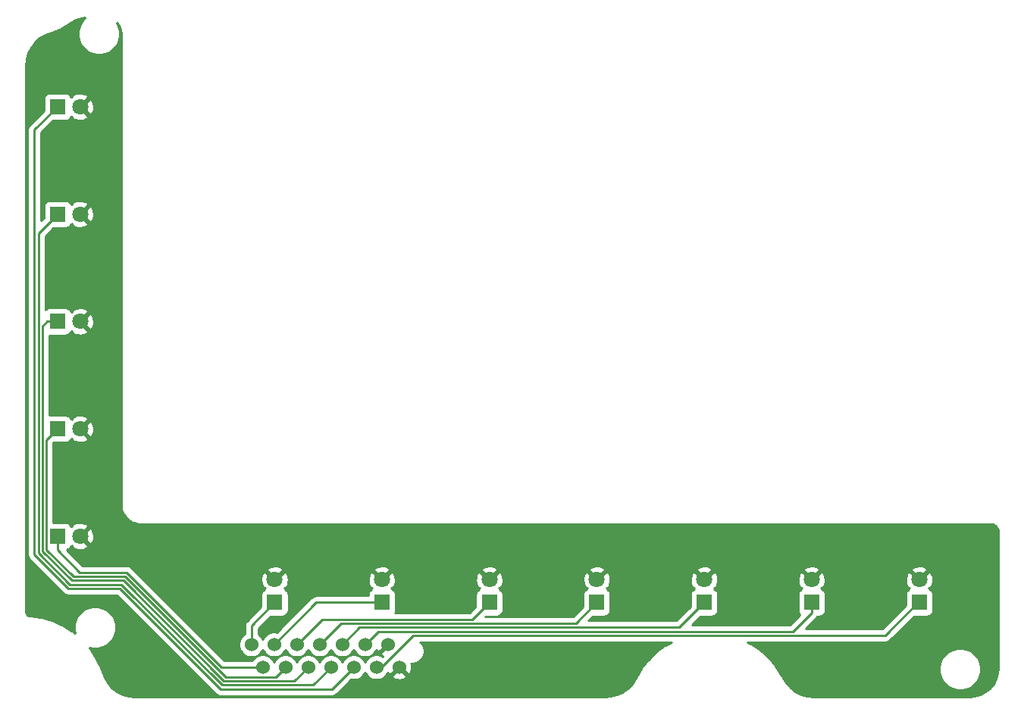
<source format=gbr>
%TF.GenerationSoftware,KiCad,Pcbnew,(5.1.4-0)*%
%TF.CreationDate,2021-02-17T16:05:53+01:00*%
%TF.ProjectId,Indicators,496e6469-6361-4746-9f72-732e6b696361,rev?*%
%TF.SameCoordinates,Original*%
%TF.FileFunction,Copper,L1,Top*%
%TF.FilePolarity,Positive*%
%FSLAX46Y46*%
G04 Gerber Fmt 4.6, Leading zero omitted, Abs format (unit mm)*
G04 Created by KiCad (PCBNEW (5.1.4-0)) date 2021-02-17 16:05:53*
%MOMM*%
%LPD*%
G04 APERTURE LIST*
%TA.AperFunction,ComponentPad*%
%ADD10C,1.800000*%
%TD*%
%TA.AperFunction,ComponentPad*%
%ADD11R,1.800000X1.800000*%
%TD*%
%TA.AperFunction,ComponentPad*%
%ADD12C,1.524000*%
%TD*%
%TA.AperFunction,Conductor*%
%ADD13C,0.250000*%
%TD*%
%TA.AperFunction,Conductor*%
%ADD14C,0.254000*%
%TD*%
G04 APERTURE END LIST*
D10*
%TO.P,D11,2*%
%TO.N,Vdrive*%
X95111571Y-115849403D03*
D11*
%TO.P,D11,1*%
%TO.N,/IMD_ERROR*%
X92571571Y-115849403D03*
%TD*%
D12*
%TO.P,J1,14*%
%TO.N,/AMI_1*%
X114240000Y-139960000D03*
%TO.P,J1,13*%
%TO.N,/RESERVED*%
X115510000Y-142500000D03*
%TO.P,J1,12*%
%TO.N,/AMI_2*%
X116780000Y-139960000D03*
%TO.P,J1,11*%
%TO.N,/IMD_ERROR*%
X118050000Y-142500000D03*
%TO.P,J1,10*%
%TO.N,/AMI_3*%
X119320000Y-139960000D03*
%TO.P,J1,9*%
%TO.N,/AMS_ERROR*%
X120590000Y-142500000D03*
%TO.P,J1,8*%
%TO.N,/AMI_4*%
X121860000Y-139960000D03*
%TO.P,J1,7*%
%TO.N,/EBS_ERROR*%
X123130000Y-142500000D03*
%TO.P,J1,6*%
%TO.N,/AMI_5*%
X124400000Y-139960000D03*
%TO.P,J1,5*%
%TO.N,/TS_OFF*%
X125670000Y-142500000D03*
%TO.P,J1,4*%
%TO.N,/AMI_6*%
X126940000Y-139960000D03*
%TO.P,J1,3*%
%TO.N,/AMI_7*%
X128210000Y-142500000D03*
%TO.P,J1,2*%
%TO.N,Vdrive*%
X129480000Y-139960000D03*
%TO.P,J1,1*%
X130750000Y-142500000D03*
%TD*%
D10*
%TO.P,D12,2*%
%TO.N,Vdrive*%
X95111571Y-127849403D03*
D11*
%TO.P,D12,1*%
%TO.N,/RESERVED*%
X92571571Y-127849403D03*
%TD*%
D10*
%TO.P,D10,2*%
%TO.N,Vdrive*%
X95111571Y-103849403D03*
D11*
%TO.P,D10,1*%
%TO.N,/AMS_ERROR*%
X92571571Y-103849403D03*
%TD*%
D10*
%TO.P,D9,2*%
%TO.N,Vdrive*%
X95111571Y-91849403D03*
D11*
%TO.P,D9,1*%
%TO.N,/EBS_ERROR*%
X92571571Y-91849403D03*
%TD*%
D10*
%TO.P,D8,2*%
%TO.N,Vdrive*%
X95111571Y-79849403D03*
D11*
%TO.P,D8,1*%
%TO.N,/TS_OFF*%
X92571571Y-79849403D03*
%TD*%
D10*
%TO.P,D7,2*%
%TO.N,Vdrive*%
X188846570Y-132720841D03*
D11*
%TO.P,D7,1*%
%TO.N,/AMI_7*%
X188846570Y-135260841D03*
%TD*%
D10*
%TO.P,D6,2*%
%TO.N,Vdrive*%
X176816092Y-132720841D03*
D11*
%TO.P,D6,1*%
%TO.N,/AMI_6*%
X176816092Y-135260841D03*
%TD*%
D10*
%TO.P,D5,2*%
%TO.N,Vdrive*%
X164816093Y-132720841D03*
D11*
%TO.P,D5,1*%
%TO.N,/AMI_5*%
X164816093Y-135260841D03*
%TD*%
D10*
%TO.P,D4,2*%
%TO.N,Vdrive*%
X152816094Y-132720841D03*
D11*
%TO.P,D4,1*%
%TO.N,/AMI_4*%
X152816094Y-135260841D03*
%TD*%
D10*
%TO.P,D3,2*%
%TO.N,Vdrive*%
X140816095Y-132720841D03*
D11*
%TO.P,D3,1*%
%TO.N,/AMI_3*%
X140816095Y-135260841D03*
%TD*%
D10*
%TO.P,D2,2*%
%TO.N,Vdrive*%
X128816096Y-132720841D03*
D11*
%TO.P,D2,1*%
%TO.N,/AMI_2*%
X128816096Y-135260841D03*
%TD*%
D10*
%TO.P,D1,2*%
%TO.N,Vdrive*%
X116846571Y-132720841D03*
D11*
%TO.P,D1,1*%
%TO.N,/AMI_1*%
X116846571Y-135260841D03*
%TD*%
D13*
%TO.N,/AMI_1*%
X114240000Y-137867412D02*
X116846571Y-135260841D01*
X114240000Y-139960000D02*
X114240000Y-137867412D01*
%TO.N,/AMI_2*%
X121479159Y-135260841D02*
X116780000Y-139960000D01*
X128816096Y-135260841D02*
X121479159Y-135260841D01*
%TO.N,/AMI_3*%
X122142949Y-137137051D02*
X119320000Y-139960000D01*
X138939885Y-137137051D02*
X122142949Y-137137051D01*
X140816095Y-135260841D02*
X138939885Y-137137051D01*
%TO.N,/AMI_4*%
X124232940Y-137587060D02*
X121860000Y-139960000D01*
X150489875Y-137587060D02*
X124232940Y-137587060D01*
X152816094Y-135260841D02*
X150489875Y-137587060D01*
%TO.N,/AMI_5*%
X124400000Y-139960000D02*
X126322931Y-138037069D01*
X126322931Y-138037069D02*
X162039865Y-138037069D01*
X162039865Y-138037069D02*
X164816093Y-135260841D01*
%TO.N,/AMI_6*%
X128412921Y-138487079D02*
X126940000Y-139960000D01*
X176816092Y-136410841D02*
X174739854Y-138487079D01*
X176816092Y-135260841D02*
X176816092Y-136410841D01*
X174739854Y-138487079D02*
X128412921Y-138487079D01*
%TO.N,/AMI_7*%
X128758998Y-142500000D02*
X132321909Y-138937089D01*
X128210000Y-142500000D02*
X128758998Y-142500000D01*
X185037089Y-138937089D02*
X188713337Y-135260841D01*
X188713337Y-135260841D02*
X188846570Y-135260841D01*
X132321909Y-138937089D02*
X185037089Y-138937089D01*
%TO.N,/TS_OFF*%
X110791390Y-144937030D02*
X123232970Y-144937030D01*
X123232970Y-144937030D02*
X125670000Y-142500000D01*
X93790810Y-133700038D02*
X99554398Y-133700038D01*
X89996543Y-129905771D02*
X93790810Y-133700038D01*
X99554398Y-133700038D02*
X110791390Y-144937030D01*
X89996542Y-82424432D02*
X89996543Y-129905771D01*
X92571571Y-79849403D02*
X89996542Y-82424432D01*
%TO.N,/EBS_ERROR*%
X121142980Y-144487020D02*
X110977790Y-144487020D01*
X123130000Y-142500000D02*
X121142980Y-144487020D01*
X110977790Y-144487020D02*
X99740800Y-133250030D01*
X90446552Y-93974422D02*
X92571571Y-91849403D01*
X90446552Y-129719370D02*
X90446552Y-93974422D01*
X93977209Y-133250029D02*
X90446552Y-129719370D01*
X99740800Y-133250030D02*
X93977209Y-133250029D01*
%TO.N,/AMS_ERROR*%
X91421571Y-103849403D02*
X90896560Y-104374414D01*
X92571571Y-103849403D02*
X91421571Y-103849403D01*
X90896561Y-129532971D02*
X94163610Y-132800020D01*
X90896560Y-104374414D02*
X90896561Y-129532971D01*
X94163610Y-132800020D02*
X99927200Y-132800020D01*
X119052989Y-144037011D02*
X120590000Y-142500000D01*
X111164191Y-144037011D02*
X119052989Y-144037011D01*
X99927200Y-132800020D02*
X111164191Y-144037011D01*
%TO.N,/IMD_ERROR*%
X116962999Y-143587001D02*
X111350591Y-143587001D01*
X118050000Y-142500000D02*
X116962999Y-143587001D01*
X100113600Y-132350010D02*
X94350010Y-132350010D01*
X111350591Y-143587001D02*
X100113600Y-132350010D01*
X91346570Y-117074404D02*
X92571571Y-115849403D01*
X91346570Y-129346570D02*
X91346570Y-117074404D01*
X94350010Y-132350010D02*
X91346570Y-129346570D01*
%TO.N,/RESERVED*%
X92571571Y-127849403D02*
X92571571Y-129421571D01*
X92571571Y-129421571D02*
X95050000Y-131900000D01*
X95050000Y-131900000D02*
X100300000Y-131900000D01*
X110900000Y-142500000D02*
X115510000Y-142500000D01*
X100300000Y-131900000D02*
X110900000Y-142500000D01*
%TD*%
D14*
%TO.N,Vdrive*%
G36*
X95387937Y-70199860D02*
G01*
X95131452Y-70583717D01*
X94954783Y-71010236D01*
X94864717Y-71463026D01*
X94864717Y-71924686D01*
X94954783Y-72377476D01*
X95131452Y-72803995D01*
X95387937Y-73187852D01*
X95714381Y-73514296D01*
X96098238Y-73770781D01*
X96524757Y-73947450D01*
X96977547Y-74037516D01*
X97439207Y-74037516D01*
X97891997Y-73947450D01*
X98318516Y-73770781D01*
X98702373Y-73514296D01*
X99028817Y-73187852D01*
X99285302Y-72803995D01*
X99461971Y-72377476D01*
X99552037Y-71924686D01*
X99552037Y-71463026D01*
X99461971Y-71010236D01*
X99285302Y-70583717D01*
X99217409Y-70482108D01*
X99368707Y-70664995D01*
X99532215Y-70967399D01*
X99633874Y-71295805D01*
X99673377Y-71671651D01*
X99673378Y-124317314D01*
X99676504Y-124349049D01*
X99676439Y-124358295D01*
X99677440Y-124368508D01*
X99708040Y-124659653D01*
X99721443Y-124724947D01*
X99733919Y-124790347D01*
X99736884Y-124800171D01*
X99823452Y-125079827D01*
X99849275Y-125141257D01*
X99874223Y-125203006D01*
X99879041Y-125212067D01*
X100018280Y-125469583D01*
X100055550Y-125524838D01*
X100092008Y-125580551D01*
X100098493Y-125588504D01*
X100285099Y-125814071D01*
X100332386Y-125861030D01*
X100378977Y-125908607D01*
X100386884Y-125915149D01*
X100613748Y-126100175D01*
X100669256Y-126137054D01*
X100724201Y-126174676D01*
X100733228Y-126179557D01*
X100991709Y-126316994D01*
X101053315Y-126342387D01*
X101114529Y-126368623D01*
X101124332Y-126371658D01*
X101404586Y-126456272D01*
X101469976Y-126469219D01*
X101535096Y-126483061D01*
X101545300Y-126484134D01*
X101545302Y-126484134D01*
X101836654Y-126512701D01*
X101872272Y-126516209D01*
X196872441Y-126516209D01*
X197056278Y-126534234D01*
X197198554Y-126577190D01*
X197329768Y-126646958D01*
X197444937Y-126740888D01*
X197539667Y-126855395D01*
X197610352Y-126986124D01*
X197654298Y-127128091D01*
X197672014Y-127296652D01*
X197670319Y-127345968D01*
X197669079Y-127358556D01*
X197669080Y-142506204D01*
X197603441Y-143175649D01*
X197419462Y-143785015D01*
X197120632Y-144347031D01*
X196718329Y-144840305D01*
X196227874Y-145246044D01*
X195667952Y-145548794D01*
X195059890Y-145737020D01*
X194392557Y-145807160D01*
X177067367Y-145807160D01*
X176321080Y-145735958D01*
X175635426Y-145534809D01*
X175000188Y-145207640D01*
X174438272Y-144766250D01*
X173965722Y-144221684D01*
X173649801Y-143696941D01*
X173522585Y-143453600D01*
X173508168Y-143430074D01*
X173495219Y-143405720D01*
X173491117Y-143399207D01*
X172896168Y-142465325D01*
X191060418Y-142465325D01*
X191060418Y-142926985D01*
X191150484Y-143379776D01*
X191327154Y-143806295D01*
X191583639Y-144190152D01*
X191910082Y-144516595D01*
X192293939Y-144773080D01*
X192720458Y-144949750D01*
X193173249Y-145039816D01*
X193634909Y-145039816D01*
X194087700Y-144949750D01*
X194514219Y-144773080D01*
X194898076Y-144516595D01*
X195224519Y-144190152D01*
X195481004Y-143806295D01*
X195657674Y-143379776D01*
X195747740Y-142926985D01*
X195747740Y-142465325D01*
X195657674Y-142012534D01*
X195481004Y-141586015D01*
X195224519Y-141202158D01*
X194898076Y-140875715D01*
X194514219Y-140619230D01*
X194087700Y-140442560D01*
X193634909Y-140352494D01*
X193173249Y-140352494D01*
X192720458Y-140442560D01*
X192293939Y-140619230D01*
X191910082Y-140875715D01*
X191583639Y-141202158D01*
X191327154Y-141586015D01*
X191150484Y-142012534D01*
X191060418Y-142465325D01*
X172896168Y-142465325D01*
X172869858Y-142424028D01*
X172842500Y-142386920D01*
X172815475Y-142349449D01*
X172810527Y-142343553D01*
X172062667Y-141461711D01*
X172030497Y-141428629D01*
X171998666Y-141395203D01*
X171992964Y-141390033D01*
X171132345Y-140617846D01*
X171095988Y-140589441D01*
X171059908Y-140560638D01*
X171053565Y-140556296D01*
X171053558Y-140556290D01*
X171053551Y-140556286D01*
X170096103Y-139908048D01*
X170056221Y-139884836D01*
X170016574Y-139861201D01*
X170009697Y-139857758D01*
X170009691Y-139857754D01*
X170009685Y-139857751D01*
X169684608Y-139697089D01*
X184999767Y-139697089D01*
X185037089Y-139700765D01*
X185074411Y-139697089D01*
X185074422Y-139697089D01*
X185186075Y-139686092D01*
X185329336Y-139642635D01*
X185461365Y-139572063D01*
X185577090Y-139477090D01*
X185600893Y-139448086D01*
X188250067Y-136798913D01*
X189746570Y-136798913D01*
X189871052Y-136786653D01*
X189990750Y-136750343D01*
X190101064Y-136691378D01*
X190197755Y-136612026D01*
X190277107Y-136515335D01*
X190336072Y-136405021D01*
X190372382Y-136285323D01*
X190384642Y-136160841D01*
X190384642Y-134360841D01*
X190372382Y-134236359D01*
X190336072Y-134116661D01*
X190277107Y-134006347D01*
X190197755Y-133909656D01*
X190101064Y-133830304D01*
X189990750Y-133771339D01*
X189979835Y-133768028D01*
X190026600Y-133721263D01*
X189910652Y-133605315D01*
X190164831Y-133521633D01*
X190295728Y-133249066D01*
X190370935Y-132956199D01*
X190387561Y-132654288D01*
X190344967Y-132354934D01*
X190244792Y-132069642D01*
X190164831Y-131920049D01*
X189910650Y-131836366D01*
X189026175Y-132720841D01*
X189040318Y-132734984D01*
X188860713Y-132914589D01*
X188846570Y-132900446D01*
X188832428Y-132914589D01*
X188652823Y-132734984D01*
X188666965Y-132720841D01*
X187782490Y-131836366D01*
X187528309Y-131920049D01*
X187397412Y-132192616D01*
X187322205Y-132485483D01*
X187305579Y-132787394D01*
X187348173Y-133086748D01*
X187448348Y-133372040D01*
X187528309Y-133521633D01*
X187782488Y-133605315D01*
X187666540Y-133721263D01*
X187713305Y-133768028D01*
X187702390Y-133771339D01*
X187592076Y-133830304D01*
X187495385Y-133909656D01*
X187416033Y-134006347D01*
X187357068Y-134116661D01*
X187320758Y-134236359D01*
X187308498Y-134360841D01*
X187308498Y-135590878D01*
X184722288Y-138177089D01*
X176124645Y-138177089D01*
X177327095Y-136974640D01*
X177356093Y-136950842D01*
X177387701Y-136912328D01*
X177451066Y-136835118D01*
X177470418Y-136798913D01*
X177716092Y-136798913D01*
X177840574Y-136786653D01*
X177960272Y-136750343D01*
X178070586Y-136691378D01*
X178167277Y-136612026D01*
X178246629Y-136515335D01*
X178305594Y-136405021D01*
X178341904Y-136285323D01*
X178354164Y-136160841D01*
X178354164Y-134360841D01*
X178341904Y-134236359D01*
X178305594Y-134116661D01*
X178246629Y-134006347D01*
X178167277Y-133909656D01*
X178070586Y-133830304D01*
X177960272Y-133771339D01*
X177949357Y-133768028D01*
X177996122Y-133721263D01*
X177880174Y-133605315D01*
X178134353Y-133521633D01*
X178265250Y-133249066D01*
X178340457Y-132956199D01*
X178357083Y-132654288D01*
X178314489Y-132354934D01*
X178214314Y-132069642D01*
X178134353Y-131920049D01*
X177880172Y-131836366D01*
X176995697Y-132720841D01*
X177009840Y-132734984D01*
X176830235Y-132914589D01*
X176816092Y-132900446D01*
X176801950Y-132914589D01*
X176622345Y-132734984D01*
X176636487Y-132720841D01*
X175752012Y-131836366D01*
X175497831Y-131920049D01*
X175366934Y-132192616D01*
X175291727Y-132485483D01*
X175275101Y-132787394D01*
X175317695Y-133086748D01*
X175417870Y-133372040D01*
X175497831Y-133521633D01*
X175752010Y-133605315D01*
X175636062Y-133721263D01*
X175682827Y-133768028D01*
X175671912Y-133771339D01*
X175561598Y-133830304D01*
X175464907Y-133909656D01*
X175385555Y-134006347D01*
X175326590Y-134116661D01*
X175290280Y-134236359D01*
X175278020Y-134360841D01*
X175278020Y-136160841D01*
X175290280Y-136285323D01*
X175326590Y-136405021D01*
X175385555Y-136515335D01*
X175464907Y-136612026D01*
X175506209Y-136645922D01*
X174425053Y-137727079D01*
X163424656Y-137727079D01*
X164352823Y-136798913D01*
X165716093Y-136798913D01*
X165840575Y-136786653D01*
X165960273Y-136750343D01*
X166070587Y-136691378D01*
X166167278Y-136612026D01*
X166246630Y-136515335D01*
X166305595Y-136405021D01*
X166341905Y-136285323D01*
X166354165Y-136160841D01*
X166354165Y-134360841D01*
X166341905Y-134236359D01*
X166305595Y-134116661D01*
X166246630Y-134006347D01*
X166167278Y-133909656D01*
X166070587Y-133830304D01*
X165960273Y-133771339D01*
X165949358Y-133768028D01*
X165996123Y-133721263D01*
X165880175Y-133605315D01*
X166134354Y-133521633D01*
X166265251Y-133249066D01*
X166340458Y-132956199D01*
X166357084Y-132654288D01*
X166314490Y-132354934D01*
X166214315Y-132069642D01*
X166134354Y-131920049D01*
X165880173Y-131836366D01*
X164995698Y-132720841D01*
X165009841Y-132734984D01*
X164830236Y-132914589D01*
X164816093Y-132900446D01*
X164801951Y-132914589D01*
X164622346Y-132734984D01*
X164636488Y-132720841D01*
X163752013Y-131836366D01*
X163497832Y-131920049D01*
X163366935Y-132192616D01*
X163291728Y-132485483D01*
X163275102Y-132787394D01*
X163317696Y-133086748D01*
X163417871Y-133372040D01*
X163497832Y-133521633D01*
X163752011Y-133605315D01*
X163636063Y-133721263D01*
X163682828Y-133768028D01*
X163671913Y-133771339D01*
X163561599Y-133830304D01*
X163464908Y-133909656D01*
X163385556Y-134006347D01*
X163326591Y-134116661D01*
X163290281Y-134236359D01*
X163278021Y-134360841D01*
X163278021Y-135724111D01*
X161725064Y-137277069D01*
X151874668Y-137277069D01*
X152352824Y-136798913D01*
X153716094Y-136798913D01*
X153840576Y-136786653D01*
X153960274Y-136750343D01*
X154070588Y-136691378D01*
X154167279Y-136612026D01*
X154246631Y-136515335D01*
X154305596Y-136405021D01*
X154341906Y-136285323D01*
X154354166Y-136160841D01*
X154354166Y-134360841D01*
X154341906Y-134236359D01*
X154305596Y-134116661D01*
X154246631Y-134006347D01*
X154167279Y-133909656D01*
X154070588Y-133830304D01*
X153960274Y-133771339D01*
X153949359Y-133768028D01*
X153996124Y-133721263D01*
X153880176Y-133605315D01*
X154134355Y-133521633D01*
X154265252Y-133249066D01*
X154340459Y-132956199D01*
X154357085Y-132654288D01*
X154314491Y-132354934D01*
X154214316Y-132069642D01*
X154134355Y-131920049D01*
X153880174Y-131836366D01*
X152995699Y-132720841D01*
X153009842Y-132734984D01*
X152830237Y-132914589D01*
X152816094Y-132900446D01*
X152801952Y-132914589D01*
X152622347Y-132734984D01*
X152636489Y-132720841D01*
X151752014Y-131836366D01*
X151497833Y-131920049D01*
X151366936Y-132192616D01*
X151291729Y-132485483D01*
X151275103Y-132787394D01*
X151317697Y-133086748D01*
X151417872Y-133372040D01*
X151497833Y-133521633D01*
X151752012Y-133605315D01*
X151636064Y-133721263D01*
X151682829Y-133768028D01*
X151671914Y-133771339D01*
X151561600Y-133830304D01*
X151464909Y-133909656D01*
X151385557Y-134006347D01*
X151326592Y-134116661D01*
X151290282Y-134236359D01*
X151278022Y-134360841D01*
X151278022Y-135724111D01*
X150175074Y-136827060D01*
X140324677Y-136827060D01*
X140352824Y-136798913D01*
X141716095Y-136798913D01*
X141840577Y-136786653D01*
X141960275Y-136750343D01*
X142070589Y-136691378D01*
X142167280Y-136612026D01*
X142246632Y-136515335D01*
X142305597Y-136405021D01*
X142341907Y-136285323D01*
X142354167Y-136160841D01*
X142354167Y-134360841D01*
X142341907Y-134236359D01*
X142305597Y-134116661D01*
X142246632Y-134006347D01*
X142167280Y-133909656D01*
X142070589Y-133830304D01*
X141960275Y-133771339D01*
X141949360Y-133768028D01*
X141996125Y-133721263D01*
X141880177Y-133605315D01*
X142134356Y-133521633D01*
X142265253Y-133249066D01*
X142340460Y-132956199D01*
X142357086Y-132654288D01*
X142314492Y-132354934D01*
X142214317Y-132069642D01*
X142134356Y-131920049D01*
X141880175Y-131836366D01*
X140995700Y-132720841D01*
X141009843Y-132734984D01*
X140830238Y-132914589D01*
X140816095Y-132900446D01*
X140801953Y-132914589D01*
X140622348Y-132734984D01*
X140636490Y-132720841D01*
X139752015Y-131836366D01*
X139497834Y-131920049D01*
X139366937Y-132192616D01*
X139291730Y-132485483D01*
X139275104Y-132787394D01*
X139317698Y-133086748D01*
X139417873Y-133372040D01*
X139497834Y-133521633D01*
X139752013Y-133605315D01*
X139636065Y-133721263D01*
X139682830Y-133768028D01*
X139671915Y-133771339D01*
X139561601Y-133830304D01*
X139464910Y-133909656D01*
X139385558Y-134006347D01*
X139326593Y-134116661D01*
X139290283Y-134236359D01*
X139278023Y-134360841D01*
X139278023Y-135724112D01*
X138625084Y-136377051D01*
X130314083Y-136377051D01*
X130341908Y-136285323D01*
X130354168Y-136160841D01*
X130354168Y-134360841D01*
X130341908Y-134236359D01*
X130305598Y-134116661D01*
X130246633Y-134006347D01*
X130167281Y-133909656D01*
X130070590Y-133830304D01*
X129960276Y-133771339D01*
X129949361Y-133768028D01*
X129996126Y-133721263D01*
X129880178Y-133605315D01*
X130134357Y-133521633D01*
X130265254Y-133249066D01*
X130340461Y-132956199D01*
X130357087Y-132654288D01*
X130314493Y-132354934D01*
X130214318Y-132069642D01*
X130134357Y-131920049D01*
X129880176Y-131836366D01*
X128995701Y-132720841D01*
X129009844Y-132734984D01*
X128830239Y-132914589D01*
X128816096Y-132900446D01*
X128801954Y-132914589D01*
X128622349Y-132734984D01*
X128636491Y-132720841D01*
X127752016Y-131836366D01*
X127497835Y-131920049D01*
X127366938Y-132192616D01*
X127291731Y-132485483D01*
X127275105Y-132787394D01*
X127317699Y-133086748D01*
X127417874Y-133372040D01*
X127497835Y-133521633D01*
X127752014Y-133605315D01*
X127636066Y-133721263D01*
X127682831Y-133768028D01*
X127671916Y-133771339D01*
X127561602Y-133830304D01*
X127464911Y-133909656D01*
X127385559Y-134006347D01*
X127326594Y-134116661D01*
X127290284Y-134236359D01*
X127278024Y-134360841D01*
X127278024Y-134500841D01*
X121516481Y-134500841D01*
X121479158Y-134497165D01*
X121441835Y-134500841D01*
X121441826Y-134500841D01*
X121330173Y-134511838D01*
X121186912Y-134555295D01*
X121054883Y-134625867D01*
X121054881Y-134625868D01*
X121054882Y-134625868D01*
X120968155Y-134697042D01*
X120968151Y-134697046D01*
X120939158Y-134720840D01*
X120915364Y-134749833D01*
X117071570Y-138593628D01*
X116917592Y-138563000D01*
X116642408Y-138563000D01*
X116372510Y-138616686D01*
X116118273Y-138721995D01*
X115889465Y-138874880D01*
X115694880Y-139069465D01*
X115541995Y-139298273D01*
X115510000Y-139375515D01*
X115478005Y-139298273D01*
X115325120Y-139069465D01*
X115130535Y-138874880D01*
X115000000Y-138787659D01*
X115000000Y-138182213D01*
X116383301Y-136798913D01*
X117746571Y-136798913D01*
X117871053Y-136786653D01*
X117990751Y-136750343D01*
X118101065Y-136691378D01*
X118197756Y-136612026D01*
X118277108Y-136515335D01*
X118336073Y-136405021D01*
X118372383Y-136285323D01*
X118384643Y-136160841D01*
X118384643Y-134360841D01*
X118372383Y-134236359D01*
X118336073Y-134116661D01*
X118277108Y-134006347D01*
X118197756Y-133909656D01*
X118101065Y-133830304D01*
X117990751Y-133771339D01*
X117979836Y-133768028D01*
X118026601Y-133721263D01*
X117910653Y-133605315D01*
X118164832Y-133521633D01*
X118295729Y-133249066D01*
X118370936Y-132956199D01*
X118387562Y-132654288D01*
X118344968Y-132354934D01*
X118244793Y-132069642D01*
X118164832Y-131920049D01*
X117910651Y-131836366D01*
X117026176Y-132720841D01*
X117040319Y-132734984D01*
X116860714Y-132914589D01*
X116846571Y-132900446D01*
X116832429Y-132914589D01*
X116652824Y-132734984D01*
X116666966Y-132720841D01*
X115782491Y-131836366D01*
X115528310Y-131920049D01*
X115397413Y-132192616D01*
X115322206Y-132485483D01*
X115305580Y-132787394D01*
X115348174Y-133086748D01*
X115448349Y-133372040D01*
X115528310Y-133521633D01*
X115782489Y-133605315D01*
X115666541Y-133721263D01*
X115713306Y-133768028D01*
X115702391Y-133771339D01*
X115592077Y-133830304D01*
X115495386Y-133909656D01*
X115416034Y-134006347D01*
X115357069Y-134116661D01*
X115320759Y-134236359D01*
X115308499Y-134360841D01*
X115308499Y-135724111D01*
X113728998Y-137303613D01*
X113700000Y-137327411D01*
X113676202Y-137356409D01*
X113676201Y-137356410D01*
X113605026Y-137443136D01*
X113534454Y-137575166D01*
X113505464Y-137670738D01*
X113490998Y-137718426D01*
X113483475Y-137794805D01*
X113476324Y-137867412D01*
X113480001Y-137904744D01*
X113480001Y-138787659D01*
X113349465Y-138874880D01*
X113154880Y-139069465D01*
X113001995Y-139298273D01*
X112896686Y-139552510D01*
X112843000Y-139822408D01*
X112843000Y-140097592D01*
X112896686Y-140367490D01*
X113001995Y-140621727D01*
X113154880Y-140850535D01*
X113349465Y-141045120D01*
X113578273Y-141198005D01*
X113832510Y-141303314D01*
X114102408Y-141357000D01*
X114377592Y-141357000D01*
X114647490Y-141303314D01*
X114901727Y-141198005D01*
X115130535Y-141045120D01*
X115325120Y-140850535D01*
X115478005Y-140621727D01*
X115510000Y-140544485D01*
X115541995Y-140621727D01*
X115694880Y-140850535D01*
X115889465Y-141045120D01*
X116118273Y-141198005D01*
X116372510Y-141303314D01*
X116642408Y-141357000D01*
X116917592Y-141357000D01*
X117187490Y-141303314D01*
X117441727Y-141198005D01*
X117670535Y-141045120D01*
X117865120Y-140850535D01*
X118018005Y-140621727D01*
X118050000Y-140544485D01*
X118081995Y-140621727D01*
X118234880Y-140850535D01*
X118429465Y-141045120D01*
X118658273Y-141198005D01*
X118912510Y-141303314D01*
X119182408Y-141357000D01*
X119457592Y-141357000D01*
X119727490Y-141303314D01*
X119981727Y-141198005D01*
X120210535Y-141045120D01*
X120405120Y-140850535D01*
X120558005Y-140621727D01*
X120590000Y-140544485D01*
X120621995Y-140621727D01*
X120774880Y-140850535D01*
X120969465Y-141045120D01*
X121198273Y-141198005D01*
X121452510Y-141303314D01*
X121722408Y-141357000D01*
X121997592Y-141357000D01*
X122267490Y-141303314D01*
X122521727Y-141198005D01*
X122750535Y-141045120D01*
X122945120Y-140850535D01*
X123098005Y-140621727D01*
X123130000Y-140544485D01*
X123161995Y-140621727D01*
X123314880Y-140850535D01*
X123509465Y-141045120D01*
X123738273Y-141198005D01*
X123992510Y-141303314D01*
X124262408Y-141357000D01*
X124537592Y-141357000D01*
X124807490Y-141303314D01*
X125061727Y-141198005D01*
X125290535Y-141045120D01*
X125485120Y-140850535D01*
X125638005Y-140621727D01*
X125670000Y-140544485D01*
X125701995Y-140621727D01*
X125854880Y-140850535D01*
X126049465Y-141045120D01*
X126278273Y-141198005D01*
X126532510Y-141303314D01*
X126802408Y-141357000D01*
X127077592Y-141357000D01*
X127347490Y-141303314D01*
X127601727Y-141198005D01*
X127830535Y-141045120D01*
X128025120Y-140850535D01*
X128178005Y-140621727D01*
X128207692Y-140550057D01*
X128212364Y-140563023D01*
X128274344Y-140678980D01*
X128514435Y-140745960D01*
X129300395Y-139960000D01*
X129286253Y-139945858D01*
X129465858Y-139766253D01*
X129480000Y-139780395D01*
X129494143Y-139766253D01*
X129673748Y-139945858D01*
X129659605Y-139960000D01*
X129673748Y-139974143D01*
X129494143Y-140153748D01*
X129480000Y-140139605D01*
X128694040Y-140925565D01*
X128761020Y-141165656D01*
X128936177Y-141248020D01*
X128901984Y-141282212D01*
X128871727Y-141261995D01*
X128617490Y-141156686D01*
X128347592Y-141103000D01*
X128072408Y-141103000D01*
X127802510Y-141156686D01*
X127548273Y-141261995D01*
X127319465Y-141414880D01*
X127124880Y-141609465D01*
X126971995Y-141838273D01*
X126940000Y-141915515D01*
X126908005Y-141838273D01*
X126755120Y-141609465D01*
X126560535Y-141414880D01*
X126331727Y-141261995D01*
X126077490Y-141156686D01*
X125807592Y-141103000D01*
X125532408Y-141103000D01*
X125262510Y-141156686D01*
X125008273Y-141261995D01*
X124779465Y-141414880D01*
X124584880Y-141609465D01*
X124431995Y-141838273D01*
X124400000Y-141915515D01*
X124368005Y-141838273D01*
X124215120Y-141609465D01*
X124020535Y-141414880D01*
X123791727Y-141261995D01*
X123537490Y-141156686D01*
X123267592Y-141103000D01*
X122992408Y-141103000D01*
X122722510Y-141156686D01*
X122468273Y-141261995D01*
X122239465Y-141414880D01*
X122044880Y-141609465D01*
X121891995Y-141838273D01*
X121860000Y-141915515D01*
X121828005Y-141838273D01*
X121675120Y-141609465D01*
X121480535Y-141414880D01*
X121251727Y-141261995D01*
X120997490Y-141156686D01*
X120727592Y-141103000D01*
X120452408Y-141103000D01*
X120182510Y-141156686D01*
X119928273Y-141261995D01*
X119699465Y-141414880D01*
X119504880Y-141609465D01*
X119351995Y-141838273D01*
X119320000Y-141915515D01*
X119288005Y-141838273D01*
X119135120Y-141609465D01*
X118940535Y-141414880D01*
X118711727Y-141261995D01*
X118457490Y-141156686D01*
X118187592Y-141103000D01*
X117912408Y-141103000D01*
X117642510Y-141156686D01*
X117388273Y-141261995D01*
X117159465Y-141414880D01*
X116964880Y-141609465D01*
X116811995Y-141838273D01*
X116780000Y-141915515D01*
X116748005Y-141838273D01*
X116595120Y-141609465D01*
X116400535Y-141414880D01*
X116171727Y-141261995D01*
X115917490Y-141156686D01*
X115647592Y-141103000D01*
X115372408Y-141103000D01*
X115102510Y-141156686D01*
X114848273Y-141261995D01*
X114619465Y-141414880D01*
X114424880Y-141609465D01*
X114337659Y-141740000D01*
X111214802Y-141740000D01*
X101131563Y-131656761D01*
X115962096Y-131656761D01*
X116846571Y-132541236D01*
X117731046Y-131656761D01*
X127931621Y-131656761D01*
X128816096Y-132541236D01*
X129700571Y-131656761D01*
X139931620Y-131656761D01*
X140816095Y-132541236D01*
X141700570Y-131656761D01*
X151931619Y-131656761D01*
X152816094Y-132541236D01*
X153700569Y-131656761D01*
X163931618Y-131656761D01*
X164816093Y-132541236D01*
X165700568Y-131656761D01*
X175931617Y-131656761D01*
X176816092Y-132541236D01*
X177700567Y-131656761D01*
X187962095Y-131656761D01*
X188846570Y-132541236D01*
X189731045Y-131656761D01*
X189647362Y-131402580D01*
X189374795Y-131271683D01*
X189081928Y-131196476D01*
X188780017Y-131179850D01*
X188480663Y-131222444D01*
X188195371Y-131322619D01*
X188045778Y-131402580D01*
X187962095Y-131656761D01*
X177700567Y-131656761D01*
X177616884Y-131402580D01*
X177344317Y-131271683D01*
X177051450Y-131196476D01*
X176749539Y-131179850D01*
X176450185Y-131222444D01*
X176164893Y-131322619D01*
X176015300Y-131402580D01*
X175931617Y-131656761D01*
X165700568Y-131656761D01*
X165616885Y-131402580D01*
X165344318Y-131271683D01*
X165051451Y-131196476D01*
X164749540Y-131179850D01*
X164450186Y-131222444D01*
X164164894Y-131322619D01*
X164015301Y-131402580D01*
X163931618Y-131656761D01*
X153700569Y-131656761D01*
X153616886Y-131402580D01*
X153344319Y-131271683D01*
X153051452Y-131196476D01*
X152749541Y-131179850D01*
X152450187Y-131222444D01*
X152164895Y-131322619D01*
X152015302Y-131402580D01*
X151931619Y-131656761D01*
X141700570Y-131656761D01*
X141616887Y-131402580D01*
X141344320Y-131271683D01*
X141051453Y-131196476D01*
X140749542Y-131179850D01*
X140450188Y-131222444D01*
X140164896Y-131322619D01*
X140015303Y-131402580D01*
X139931620Y-131656761D01*
X129700571Y-131656761D01*
X129616888Y-131402580D01*
X129344321Y-131271683D01*
X129051454Y-131196476D01*
X128749543Y-131179850D01*
X128450189Y-131222444D01*
X128164897Y-131322619D01*
X128015304Y-131402580D01*
X127931621Y-131656761D01*
X117731046Y-131656761D01*
X117647363Y-131402580D01*
X117374796Y-131271683D01*
X117081929Y-131196476D01*
X116780018Y-131179850D01*
X116480664Y-131222444D01*
X116195372Y-131322619D01*
X116045779Y-131402580D01*
X115962096Y-131656761D01*
X101131563Y-131656761D01*
X100863804Y-131389003D01*
X100840001Y-131359999D01*
X100724276Y-131265026D01*
X100592247Y-131194454D01*
X100448986Y-131150997D01*
X100337333Y-131140000D01*
X100337322Y-131140000D01*
X100300000Y-131136324D01*
X100262678Y-131140000D01*
X95364802Y-131140000D01*
X93599094Y-129374293D01*
X93715751Y-129338905D01*
X93826065Y-129279940D01*
X93922756Y-129200588D01*
X94002108Y-129103897D01*
X94061073Y-128993583D01*
X94064384Y-128982668D01*
X94111149Y-129029433D01*
X94227097Y-128913485D01*
X94310779Y-129167664D01*
X94583346Y-129298561D01*
X94876213Y-129373768D01*
X95178124Y-129390394D01*
X95477478Y-129347800D01*
X95762770Y-129247625D01*
X95912363Y-129167664D01*
X95996046Y-128913483D01*
X95111571Y-128029008D01*
X95097429Y-128043151D01*
X94917824Y-127863546D01*
X94931966Y-127849403D01*
X95291176Y-127849403D01*
X96175651Y-128733878D01*
X96429832Y-128650195D01*
X96560729Y-128377628D01*
X96635936Y-128084761D01*
X96652562Y-127782850D01*
X96609968Y-127483496D01*
X96509793Y-127198204D01*
X96429832Y-127048611D01*
X96175651Y-126964928D01*
X95291176Y-127849403D01*
X94931966Y-127849403D01*
X94917824Y-127835261D01*
X95097429Y-127655656D01*
X95111571Y-127669798D01*
X95996046Y-126785323D01*
X95912363Y-126531142D01*
X95639796Y-126400245D01*
X95346929Y-126325038D01*
X95045018Y-126308412D01*
X94745664Y-126351006D01*
X94460372Y-126451181D01*
X94310779Y-126531142D01*
X94227097Y-126785321D01*
X94111149Y-126669373D01*
X94064384Y-126716138D01*
X94061073Y-126705223D01*
X94002108Y-126594909D01*
X93922756Y-126498218D01*
X93826065Y-126418866D01*
X93715751Y-126359901D01*
X93596053Y-126323591D01*
X93471571Y-126311331D01*
X92106570Y-126311331D01*
X92106570Y-117389205D01*
X92108300Y-117387475D01*
X93471571Y-117387475D01*
X93596053Y-117375215D01*
X93715751Y-117338905D01*
X93826065Y-117279940D01*
X93922756Y-117200588D01*
X94002108Y-117103897D01*
X94061073Y-116993583D01*
X94064384Y-116982668D01*
X94111149Y-117029433D01*
X94227097Y-116913485D01*
X94310779Y-117167664D01*
X94583346Y-117298561D01*
X94876213Y-117373768D01*
X95178124Y-117390394D01*
X95477478Y-117347800D01*
X95762770Y-117247625D01*
X95912363Y-117167664D01*
X95996046Y-116913483D01*
X95111571Y-116029008D01*
X95097429Y-116043151D01*
X94917824Y-115863546D01*
X94931966Y-115849403D01*
X95291176Y-115849403D01*
X96175651Y-116733878D01*
X96429832Y-116650195D01*
X96560729Y-116377628D01*
X96635936Y-116084761D01*
X96652562Y-115782850D01*
X96609968Y-115483496D01*
X96509793Y-115198204D01*
X96429832Y-115048611D01*
X96175651Y-114964928D01*
X95291176Y-115849403D01*
X94931966Y-115849403D01*
X94917824Y-115835261D01*
X95097429Y-115655656D01*
X95111571Y-115669798D01*
X95996046Y-114785323D01*
X95912363Y-114531142D01*
X95639796Y-114400245D01*
X95346929Y-114325038D01*
X95045018Y-114308412D01*
X94745664Y-114351006D01*
X94460372Y-114451181D01*
X94310779Y-114531142D01*
X94227097Y-114785321D01*
X94111149Y-114669373D01*
X94064384Y-114716138D01*
X94061073Y-114705223D01*
X94002108Y-114594909D01*
X93922756Y-114498218D01*
X93826065Y-114418866D01*
X93715751Y-114359901D01*
X93596053Y-114323591D01*
X93471571Y-114311331D01*
X91671571Y-114311331D01*
X91656560Y-114312809D01*
X91656559Y-105385997D01*
X91671571Y-105387475D01*
X93471571Y-105387475D01*
X93596053Y-105375215D01*
X93715751Y-105338905D01*
X93826065Y-105279940D01*
X93922756Y-105200588D01*
X94002108Y-105103897D01*
X94061073Y-104993583D01*
X94064384Y-104982668D01*
X94111149Y-105029433D01*
X94227097Y-104913485D01*
X94310779Y-105167664D01*
X94583346Y-105298561D01*
X94876213Y-105373768D01*
X95178124Y-105390394D01*
X95477478Y-105347800D01*
X95762770Y-105247625D01*
X95912363Y-105167664D01*
X95996046Y-104913483D01*
X95111571Y-104029008D01*
X95097429Y-104043151D01*
X94917824Y-103863546D01*
X94931966Y-103849403D01*
X95291176Y-103849403D01*
X96175651Y-104733878D01*
X96429832Y-104650195D01*
X96560729Y-104377628D01*
X96635936Y-104084761D01*
X96652562Y-103782850D01*
X96609968Y-103483496D01*
X96509793Y-103198204D01*
X96429832Y-103048611D01*
X96175651Y-102964928D01*
X95291176Y-103849403D01*
X94931966Y-103849403D01*
X94917824Y-103835261D01*
X95097429Y-103655656D01*
X95111571Y-103669798D01*
X95996046Y-102785323D01*
X95912363Y-102531142D01*
X95639796Y-102400245D01*
X95346929Y-102325038D01*
X95045018Y-102308412D01*
X94745664Y-102351006D01*
X94460372Y-102451181D01*
X94310779Y-102531142D01*
X94227097Y-102785321D01*
X94111149Y-102669373D01*
X94064384Y-102716138D01*
X94061073Y-102705223D01*
X94002108Y-102594909D01*
X93922756Y-102498218D01*
X93826065Y-102418866D01*
X93715751Y-102359901D01*
X93596053Y-102323591D01*
X93471571Y-102311331D01*
X91671571Y-102311331D01*
X91547089Y-102323591D01*
X91427391Y-102359901D01*
X91317077Y-102418866D01*
X91220386Y-102498218D01*
X91206552Y-102515075D01*
X91206552Y-94289223D01*
X92108301Y-93387475D01*
X93471571Y-93387475D01*
X93596053Y-93375215D01*
X93715751Y-93338905D01*
X93826065Y-93279940D01*
X93922756Y-93200588D01*
X94002108Y-93103897D01*
X94061073Y-92993583D01*
X94064384Y-92982668D01*
X94111149Y-93029433D01*
X94227097Y-92913485D01*
X94310779Y-93167664D01*
X94583346Y-93298561D01*
X94876213Y-93373768D01*
X95178124Y-93390394D01*
X95477478Y-93347800D01*
X95762770Y-93247625D01*
X95912363Y-93167664D01*
X95996046Y-92913483D01*
X95111571Y-92029008D01*
X95097429Y-92043151D01*
X94917824Y-91863546D01*
X94931966Y-91849403D01*
X95291176Y-91849403D01*
X96175651Y-92733878D01*
X96429832Y-92650195D01*
X96560729Y-92377628D01*
X96635936Y-92084761D01*
X96652562Y-91782850D01*
X96609968Y-91483496D01*
X96509793Y-91198204D01*
X96429832Y-91048611D01*
X96175651Y-90964928D01*
X95291176Y-91849403D01*
X94931966Y-91849403D01*
X94917824Y-91835261D01*
X95097429Y-91655656D01*
X95111571Y-91669798D01*
X95996046Y-90785323D01*
X95912363Y-90531142D01*
X95639796Y-90400245D01*
X95346929Y-90325038D01*
X95045018Y-90308412D01*
X94745664Y-90351006D01*
X94460372Y-90451181D01*
X94310779Y-90531142D01*
X94227097Y-90785321D01*
X94111149Y-90669373D01*
X94064384Y-90716138D01*
X94061073Y-90705223D01*
X94002108Y-90594909D01*
X93922756Y-90498218D01*
X93826065Y-90418866D01*
X93715751Y-90359901D01*
X93596053Y-90323591D01*
X93471571Y-90311331D01*
X91671571Y-90311331D01*
X91547089Y-90323591D01*
X91427391Y-90359901D01*
X91317077Y-90418866D01*
X91220386Y-90498218D01*
X91141034Y-90594909D01*
X91082069Y-90705223D01*
X91045759Y-90824921D01*
X91033499Y-90949403D01*
X91033499Y-92312673D01*
X90756541Y-92589631D01*
X90756541Y-82739234D01*
X92108301Y-81387475D01*
X93471571Y-81387475D01*
X93596053Y-81375215D01*
X93715751Y-81338905D01*
X93826065Y-81279940D01*
X93922756Y-81200588D01*
X94002108Y-81103897D01*
X94061073Y-80993583D01*
X94064384Y-80982668D01*
X94111149Y-81029433D01*
X94227097Y-80913485D01*
X94310779Y-81167664D01*
X94583346Y-81298561D01*
X94876213Y-81373768D01*
X95178124Y-81390394D01*
X95477478Y-81347800D01*
X95762770Y-81247625D01*
X95912363Y-81167664D01*
X95996046Y-80913483D01*
X95111571Y-80029008D01*
X95097429Y-80043151D01*
X94917824Y-79863546D01*
X94931966Y-79849403D01*
X95291176Y-79849403D01*
X96175651Y-80733878D01*
X96429832Y-80650195D01*
X96560729Y-80377628D01*
X96635936Y-80084761D01*
X96652562Y-79782850D01*
X96609968Y-79483496D01*
X96509793Y-79198204D01*
X96429832Y-79048611D01*
X96175651Y-78964928D01*
X95291176Y-79849403D01*
X94931966Y-79849403D01*
X94917824Y-79835261D01*
X95097429Y-79655656D01*
X95111571Y-79669798D01*
X95996046Y-78785323D01*
X95912363Y-78531142D01*
X95639796Y-78400245D01*
X95346929Y-78325038D01*
X95045018Y-78308412D01*
X94745664Y-78351006D01*
X94460372Y-78451181D01*
X94310779Y-78531142D01*
X94227097Y-78785321D01*
X94111149Y-78669373D01*
X94064384Y-78716138D01*
X94061073Y-78705223D01*
X94002108Y-78594909D01*
X93922756Y-78498218D01*
X93826065Y-78418866D01*
X93715751Y-78359901D01*
X93596053Y-78323591D01*
X93471571Y-78311331D01*
X91671571Y-78311331D01*
X91547089Y-78323591D01*
X91427391Y-78359901D01*
X91317077Y-78418866D01*
X91220386Y-78498218D01*
X91141034Y-78594909D01*
X91082069Y-78705223D01*
X91045759Y-78824921D01*
X91033499Y-78949403D01*
X91033499Y-80312673D01*
X89485539Y-81860634D01*
X89456541Y-81884432D01*
X89432743Y-81913430D01*
X89361568Y-82000156D01*
X89290997Y-82132185D01*
X89290996Y-82132186D01*
X89247539Y-82275447D01*
X89236542Y-82387100D01*
X89236542Y-82387110D01*
X89232866Y-82424432D01*
X89236542Y-82461754D01*
X89236544Y-129868438D01*
X89232867Y-129905771D01*
X89236544Y-129943103D01*
X89236544Y-129943104D01*
X89247541Y-130054757D01*
X89259922Y-130095573D01*
X89290997Y-130198017D01*
X89361569Y-130330047D01*
X89432744Y-130416773D01*
X89456543Y-130445772D01*
X89485541Y-130469570D01*
X93227010Y-134211040D01*
X93250809Y-134240039D01*
X93366534Y-134335012D01*
X93498563Y-134405584D01*
X93641824Y-134449041D01*
X93753477Y-134460038D01*
X93753487Y-134460038D01*
X93790810Y-134463714D01*
X93828133Y-134460038D01*
X99239597Y-134460038D01*
X110227595Y-145448038D01*
X110251389Y-145477031D01*
X110280382Y-145500825D01*
X110280386Y-145500829D01*
X110330114Y-145541639D01*
X110367114Y-145572004D01*
X110499143Y-145642576D01*
X110642404Y-145686033D01*
X110754057Y-145697030D01*
X110754066Y-145697030D01*
X110791389Y-145700706D01*
X110828712Y-145697030D01*
X123195648Y-145697030D01*
X123232970Y-145700706D01*
X123270292Y-145697030D01*
X123270303Y-145697030D01*
X123381956Y-145686033D01*
X123525217Y-145642576D01*
X123657246Y-145572004D01*
X123772971Y-145477031D01*
X123796774Y-145448027D01*
X125378430Y-143866372D01*
X125532408Y-143897000D01*
X125807592Y-143897000D01*
X126077490Y-143843314D01*
X126331727Y-143738005D01*
X126560535Y-143585120D01*
X126755120Y-143390535D01*
X126908005Y-143161727D01*
X126940000Y-143084485D01*
X126971995Y-143161727D01*
X127124880Y-143390535D01*
X127319465Y-143585120D01*
X127548273Y-143738005D01*
X127802510Y-143843314D01*
X128072408Y-143897000D01*
X128347592Y-143897000D01*
X128617490Y-143843314D01*
X128871727Y-143738005D01*
X129100535Y-143585120D01*
X129220090Y-143465565D01*
X129964040Y-143465565D01*
X130031020Y-143705656D01*
X130280048Y-143822756D01*
X130547135Y-143889023D01*
X130822017Y-143901910D01*
X131094133Y-143860922D01*
X131353023Y-143767636D01*
X131468980Y-143705656D01*
X131535960Y-143465565D01*
X130750000Y-142679605D01*
X129964040Y-143465565D01*
X129220090Y-143465565D01*
X129295120Y-143390535D01*
X129448005Y-143161727D01*
X129477692Y-143090057D01*
X129482364Y-143103023D01*
X129544344Y-143218980D01*
X129784435Y-143285960D01*
X130570395Y-142500000D01*
X130556253Y-142485858D01*
X130735858Y-142306253D01*
X130750000Y-142320395D01*
X130764143Y-142306253D01*
X130943748Y-142485858D01*
X130929605Y-142500000D01*
X131715565Y-143285960D01*
X131955656Y-143218980D01*
X132072756Y-142969952D01*
X132139023Y-142702865D01*
X132151910Y-142427983D01*
X132110922Y-142155867D01*
X132085386Y-142085000D01*
X132286411Y-142085000D01*
X132553989Y-142031775D01*
X132806043Y-141927371D01*
X133032886Y-141775799D01*
X133225799Y-141582886D01*
X133377371Y-141356043D01*
X133481775Y-141103989D01*
X133535000Y-140836411D01*
X133535000Y-140563589D01*
X133481775Y-140296011D01*
X133377371Y-140043957D01*
X133225799Y-139817114D01*
X133105774Y-139697089D01*
X161136167Y-139697089D01*
X160530462Y-140023229D01*
X160491421Y-140047814D01*
X160452101Y-140072004D01*
X160445865Y-140076502D01*
X160445857Y-140076507D01*
X160445850Y-140076513D01*
X159511612Y-140757773D01*
X159476243Y-140787451D01*
X159440595Y-140816732D01*
X159435030Y-140822033D01*
X159435021Y-140822040D01*
X159435014Y-140822048D01*
X158601878Y-141623793D01*
X158570870Y-141657990D01*
X158539519Y-141691846D01*
X158534717Y-141697862D01*
X157818093Y-142605269D01*
X157792022Y-142643345D01*
X157765548Y-142681153D01*
X157761607Y-142687765D01*
X157179808Y-143675467D01*
X156768694Y-144332112D01*
X156281833Y-144855122D01*
X155704856Y-145276634D01*
X155058589Y-145581433D01*
X154360067Y-145760135D01*
X153755811Y-145807160D01*
X101273015Y-145807160D01*
X100526728Y-145735958D01*
X99841074Y-145534809D01*
X99205836Y-145207640D01*
X98643920Y-144766250D01*
X98175609Y-144226569D01*
X97811485Y-143597157D01*
X97635575Y-143141278D01*
X97323922Y-142312050D01*
X97307186Y-142275323D01*
X97291406Y-142238139D01*
X97287888Y-142231293D01*
X96754064Y-141205638D01*
X96730008Y-141166222D01*
X96706392Y-141126598D01*
X96701977Y-141120293D01*
X96116120Y-140292727D01*
X96546595Y-140378354D01*
X97008255Y-140378354D01*
X97461045Y-140288288D01*
X97887564Y-140111619D01*
X98271421Y-139855134D01*
X98597865Y-139528690D01*
X98854350Y-139144833D01*
X99031019Y-138718314D01*
X99121085Y-138265524D01*
X99121085Y-137803864D01*
X99031019Y-137351074D01*
X98854350Y-136924555D01*
X98597865Y-136540698D01*
X98271421Y-136214254D01*
X97887564Y-135957769D01*
X97461045Y-135781100D01*
X97008255Y-135691034D01*
X96546595Y-135691034D01*
X96093805Y-135781100D01*
X95667286Y-135957769D01*
X95283429Y-136214254D01*
X94956985Y-136540698D01*
X94700500Y-136924555D01*
X94523831Y-137351074D01*
X94433765Y-137803864D01*
X94433765Y-138265524D01*
X94522352Y-138710881D01*
X94210354Y-138457288D01*
X94172613Y-138430660D01*
X94135214Y-138403683D01*
X94128666Y-138399654D01*
X94128659Y-138399649D01*
X94128652Y-138399645D01*
X93140728Y-137798876D01*
X93099771Y-137777642D01*
X93059008Y-137755964D01*
X93051965Y-137752858D01*
X91991639Y-137291721D01*
X91948146Y-137276230D01*
X91904852Y-137260297D01*
X91897462Y-137258178D01*
X91897452Y-137258174D01*
X91897442Y-137258172D01*
X90784355Y-136945207D01*
X90739189Y-136935768D01*
X90694104Y-136925851D01*
X90686486Y-136924753D01*
X89551945Y-136767236D01*
X89393285Y-136740389D01*
X89299973Y-136704935D01*
X89215319Y-136652028D01*
X89142557Y-136583690D01*
X89084454Y-136502519D01*
X89043223Y-136411609D01*
X89017777Y-136303079D01*
X89012423Y-136222431D01*
X89012425Y-75275847D01*
X89083627Y-74529560D01*
X89284775Y-73843908D01*
X89611946Y-73208665D01*
X90053335Y-72646752D01*
X90593016Y-72178441D01*
X91222428Y-71814317D01*
X91665380Y-71643395D01*
X91884090Y-71570492D01*
X91908630Y-71560410D01*
X91933760Y-71551919D01*
X91940852Y-71548928D01*
X93003854Y-71093995D01*
X93044979Y-71072978D01*
X93086263Y-71052422D01*
X93092884Y-71048496D01*
X94074922Y-70459141D01*
X94641015Y-70141861D01*
X95199766Y-69959563D01*
X95686923Y-69900874D01*
X95387937Y-70199860D01*
X95387937Y-70199860D01*
G37*
X95387937Y-70199860D02*
X95131452Y-70583717D01*
X94954783Y-71010236D01*
X94864717Y-71463026D01*
X94864717Y-71924686D01*
X94954783Y-72377476D01*
X95131452Y-72803995D01*
X95387937Y-73187852D01*
X95714381Y-73514296D01*
X96098238Y-73770781D01*
X96524757Y-73947450D01*
X96977547Y-74037516D01*
X97439207Y-74037516D01*
X97891997Y-73947450D01*
X98318516Y-73770781D01*
X98702373Y-73514296D01*
X99028817Y-73187852D01*
X99285302Y-72803995D01*
X99461971Y-72377476D01*
X99552037Y-71924686D01*
X99552037Y-71463026D01*
X99461971Y-71010236D01*
X99285302Y-70583717D01*
X99217409Y-70482108D01*
X99368707Y-70664995D01*
X99532215Y-70967399D01*
X99633874Y-71295805D01*
X99673377Y-71671651D01*
X99673378Y-124317314D01*
X99676504Y-124349049D01*
X99676439Y-124358295D01*
X99677440Y-124368508D01*
X99708040Y-124659653D01*
X99721443Y-124724947D01*
X99733919Y-124790347D01*
X99736884Y-124800171D01*
X99823452Y-125079827D01*
X99849275Y-125141257D01*
X99874223Y-125203006D01*
X99879041Y-125212067D01*
X100018280Y-125469583D01*
X100055550Y-125524838D01*
X100092008Y-125580551D01*
X100098493Y-125588504D01*
X100285099Y-125814071D01*
X100332386Y-125861030D01*
X100378977Y-125908607D01*
X100386884Y-125915149D01*
X100613748Y-126100175D01*
X100669256Y-126137054D01*
X100724201Y-126174676D01*
X100733228Y-126179557D01*
X100991709Y-126316994D01*
X101053315Y-126342387D01*
X101114529Y-126368623D01*
X101124332Y-126371658D01*
X101404586Y-126456272D01*
X101469976Y-126469219D01*
X101535096Y-126483061D01*
X101545300Y-126484134D01*
X101545302Y-126484134D01*
X101836654Y-126512701D01*
X101872272Y-126516209D01*
X196872441Y-126516209D01*
X197056278Y-126534234D01*
X197198554Y-126577190D01*
X197329768Y-126646958D01*
X197444937Y-126740888D01*
X197539667Y-126855395D01*
X197610352Y-126986124D01*
X197654298Y-127128091D01*
X197672014Y-127296652D01*
X197670319Y-127345968D01*
X197669079Y-127358556D01*
X197669080Y-142506204D01*
X197603441Y-143175649D01*
X197419462Y-143785015D01*
X197120632Y-144347031D01*
X196718329Y-144840305D01*
X196227874Y-145246044D01*
X195667952Y-145548794D01*
X195059890Y-145737020D01*
X194392557Y-145807160D01*
X177067367Y-145807160D01*
X176321080Y-145735958D01*
X175635426Y-145534809D01*
X175000188Y-145207640D01*
X174438272Y-144766250D01*
X173965722Y-144221684D01*
X173649801Y-143696941D01*
X173522585Y-143453600D01*
X173508168Y-143430074D01*
X173495219Y-143405720D01*
X173491117Y-143399207D01*
X172896168Y-142465325D01*
X191060418Y-142465325D01*
X191060418Y-142926985D01*
X191150484Y-143379776D01*
X191327154Y-143806295D01*
X191583639Y-144190152D01*
X191910082Y-144516595D01*
X192293939Y-144773080D01*
X192720458Y-144949750D01*
X193173249Y-145039816D01*
X193634909Y-145039816D01*
X194087700Y-144949750D01*
X194514219Y-144773080D01*
X194898076Y-144516595D01*
X195224519Y-144190152D01*
X195481004Y-143806295D01*
X195657674Y-143379776D01*
X195747740Y-142926985D01*
X195747740Y-142465325D01*
X195657674Y-142012534D01*
X195481004Y-141586015D01*
X195224519Y-141202158D01*
X194898076Y-140875715D01*
X194514219Y-140619230D01*
X194087700Y-140442560D01*
X193634909Y-140352494D01*
X193173249Y-140352494D01*
X192720458Y-140442560D01*
X192293939Y-140619230D01*
X191910082Y-140875715D01*
X191583639Y-141202158D01*
X191327154Y-141586015D01*
X191150484Y-142012534D01*
X191060418Y-142465325D01*
X172896168Y-142465325D01*
X172869858Y-142424028D01*
X172842500Y-142386920D01*
X172815475Y-142349449D01*
X172810527Y-142343553D01*
X172062667Y-141461711D01*
X172030497Y-141428629D01*
X171998666Y-141395203D01*
X171992964Y-141390033D01*
X171132345Y-140617846D01*
X171095988Y-140589441D01*
X171059908Y-140560638D01*
X171053565Y-140556296D01*
X171053558Y-140556290D01*
X171053551Y-140556286D01*
X170096103Y-139908048D01*
X170056221Y-139884836D01*
X170016574Y-139861201D01*
X170009697Y-139857758D01*
X170009691Y-139857754D01*
X170009685Y-139857751D01*
X169684608Y-139697089D01*
X184999767Y-139697089D01*
X185037089Y-139700765D01*
X185074411Y-139697089D01*
X185074422Y-139697089D01*
X185186075Y-139686092D01*
X185329336Y-139642635D01*
X185461365Y-139572063D01*
X185577090Y-139477090D01*
X185600893Y-139448086D01*
X188250067Y-136798913D01*
X189746570Y-136798913D01*
X189871052Y-136786653D01*
X189990750Y-136750343D01*
X190101064Y-136691378D01*
X190197755Y-136612026D01*
X190277107Y-136515335D01*
X190336072Y-136405021D01*
X190372382Y-136285323D01*
X190384642Y-136160841D01*
X190384642Y-134360841D01*
X190372382Y-134236359D01*
X190336072Y-134116661D01*
X190277107Y-134006347D01*
X190197755Y-133909656D01*
X190101064Y-133830304D01*
X189990750Y-133771339D01*
X189979835Y-133768028D01*
X190026600Y-133721263D01*
X189910652Y-133605315D01*
X190164831Y-133521633D01*
X190295728Y-133249066D01*
X190370935Y-132956199D01*
X190387561Y-132654288D01*
X190344967Y-132354934D01*
X190244792Y-132069642D01*
X190164831Y-131920049D01*
X189910650Y-131836366D01*
X189026175Y-132720841D01*
X189040318Y-132734984D01*
X188860713Y-132914589D01*
X188846570Y-132900446D01*
X188832428Y-132914589D01*
X188652823Y-132734984D01*
X188666965Y-132720841D01*
X187782490Y-131836366D01*
X187528309Y-131920049D01*
X187397412Y-132192616D01*
X187322205Y-132485483D01*
X187305579Y-132787394D01*
X187348173Y-133086748D01*
X187448348Y-133372040D01*
X187528309Y-133521633D01*
X187782488Y-133605315D01*
X187666540Y-133721263D01*
X187713305Y-133768028D01*
X187702390Y-133771339D01*
X187592076Y-133830304D01*
X187495385Y-133909656D01*
X187416033Y-134006347D01*
X187357068Y-134116661D01*
X187320758Y-134236359D01*
X187308498Y-134360841D01*
X187308498Y-135590878D01*
X184722288Y-138177089D01*
X176124645Y-138177089D01*
X177327095Y-136974640D01*
X177356093Y-136950842D01*
X177387701Y-136912328D01*
X177451066Y-136835118D01*
X177470418Y-136798913D01*
X177716092Y-136798913D01*
X177840574Y-136786653D01*
X177960272Y-136750343D01*
X178070586Y-136691378D01*
X178167277Y-136612026D01*
X178246629Y-136515335D01*
X178305594Y-136405021D01*
X178341904Y-136285323D01*
X178354164Y-136160841D01*
X178354164Y-134360841D01*
X178341904Y-134236359D01*
X178305594Y-134116661D01*
X178246629Y-134006347D01*
X178167277Y-133909656D01*
X178070586Y-133830304D01*
X177960272Y-133771339D01*
X177949357Y-133768028D01*
X177996122Y-133721263D01*
X177880174Y-133605315D01*
X178134353Y-133521633D01*
X178265250Y-133249066D01*
X178340457Y-132956199D01*
X178357083Y-132654288D01*
X178314489Y-132354934D01*
X178214314Y-132069642D01*
X178134353Y-131920049D01*
X177880172Y-131836366D01*
X176995697Y-132720841D01*
X177009840Y-132734984D01*
X176830235Y-132914589D01*
X176816092Y-132900446D01*
X176801950Y-132914589D01*
X176622345Y-132734984D01*
X176636487Y-132720841D01*
X175752012Y-131836366D01*
X175497831Y-131920049D01*
X175366934Y-132192616D01*
X175291727Y-132485483D01*
X175275101Y-132787394D01*
X175317695Y-133086748D01*
X175417870Y-133372040D01*
X175497831Y-133521633D01*
X175752010Y-133605315D01*
X175636062Y-133721263D01*
X175682827Y-133768028D01*
X175671912Y-133771339D01*
X175561598Y-133830304D01*
X175464907Y-133909656D01*
X175385555Y-134006347D01*
X175326590Y-134116661D01*
X175290280Y-134236359D01*
X175278020Y-134360841D01*
X175278020Y-136160841D01*
X175290280Y-136285323D01*
X175326590Y-136405021D01*
X175385555Y-136515335D01*
X175464907Y-136612026D01*
X175506209Y-136645922D01*
X174425053Y-137727079D01*
X163424656Y-137727079D01*
X164352823Y-136798913D01*
X165716093Y-136798913D01*
X165840575Y-136786653D01*
X165960273Y-136750343D01*
X166070587Y-136691378D01*
X166167278Y-136612026D01*
X166246630Y-136515335D01*
X166305595Y-136405021D01*
X166341905Y-136285323D01*
X166354165Y-136160841D01*
X166354165Y-134360841D01*
X166341905Y-134236359D01*
X166305595Y-134116661D01*
X166246630Y-134006347D01*
X166167278Y-133909656D01*
X166070587Y-133830304D01*
X165960273Y-133771339D01*
X165949358Y-133768028D01*
X165996123Y-133721263D01*
X165880175Y-133605315D01*
X166134354Y-133521633D01*
X166265251Y-133249066D01*
X166340458Y-132956199D01*
X166357084Y-132654288D01*
X166314490Y-132354934D01*
X166214315Y-132069642D01*
X166134354Y-131920049D01*
X165880173Y-131836366D01*
X164995698Y-132720841D01*
X165009841Y-132734984D01*
X164830236Y-132914589D01*
X164816093Y-132900446D01*
X164801951Y-132914589D01*
X164622346Y-132734984D01*
X164636488Y-132720841D01*
X163752013Y-131836366D01*
X163497832Y-131920049D01*
X163366935Y-132192616D01*
X163291728Y-132485483D01*
X163275102Y-132787394D01*
X163317696Y-133086748D01*
X163417871Y-133372040D01*
X163497832Y-133521633D01*
X163752011Y-133605315D01*
X163636063Y-133721263D01*
X163682828Y-133768028D01*
X163671913Y-133771339D01*
X163561599Y-133830304D01*
X163464908Y-133909656D01*
X163385556Y-134006347D01*
X163326591Y-134116661D01*
X163290281Y-134236359D01*
X163278021Y-134360841D01*
X163278021Y-135724111D01*
X161725064Y-137277069D01*
X151874668Y-137277069D01*
X152352824Y-136798913D01*
X153716094Y-136798913D01*
X153840576Y-136786653D01*
X153960274Y-136750343D01*
X154070588Y-136691378D01*
X154167279Y-136612026D01*
X154246631Y-136515335D01*
X154305596Y-136405021D01*
X154341906Y-136285323D01*
X154354166Y-136160841D01*
X154354166Y-134360841D01*
X154341906Y-134236359D01*
X154305596Y-134116661D01*
X154246631Y-134006347D01*
X154167279Y-133909656D01*
X154070588Y-133830304D01*
X153960274Y-133771339D01*
X153949359Y-133768028D01*
X153996124Y-133721263D01*
X153880176Y-133605315D01*
X154134355Y-133521633D01*
X154265252Y-133249066D01*
X154340459Y-132956199D01*
X154357085Y-132654288D01*
X154314491Y-132354934D01*
X154214316Y-132069642D01*
X154134355Y-131920049D01*
X153880174Y-131836366D01*
X152995699Y-132720841D01*
X153009842Y-132734984D01*
X152830237Y-132914589D01*
X152816094Y-132900446D01*
X152801952Y-132914589D01*
X152622347Y-132734984D01*
X152636489Y-132720841D01*
X151752014Y-131836366D01*
X151497833Y-131920049D01*
X151366936Y-132192616D01*
X151291729Y-132485483D01*
X151275103Y-132787394D01*
X151317697Y-133086748D01*
X151417872Y-133372040D01*
X151497833Y-133521633D01*
X151752012Y-133605315D01*
X151636064Y-133721263D01*
X151682829Y-133768028D01*
X151671914Y-133771339D01*
X151561600Y-133830304D01*
X151464909Y-133909656D01*
X151385557Y-134006347D01*
X151326592Y-134116661D01*
X151290282Y-134236359D01*
X151278022Y-134360841D01*
X151278022Y-135724111D01*
X150175074Y-136827060D01*
X140324677Y-136827060D01*
X140352824Y-136798913D01*
X141716095Y-136798913D01*
X141840577Y-136786653D01*
X141960275Y-136750343D01*
X142070589Y-136691378D01*
X142167280Y-136612026D01*
X142246632Y-136515335D01*
X142305597Y-136405021D01*
X142341907Y-136285323D01*
X142354167Y-136160841D01*
X142354167Y-134360841D01*
X142341907Y-134236359D01*
X142305597Y-134116661D01*
X142246632Y-134006347D01*
X142167280Y-133909656D01*
X142070589Y-133830304D01*
X141960275Y-133771339D01*
X141949360Y-133768028D01*
X141996125Y-133721263D01*
X141880177Y-133605315D01*
X142134356Y-133521633D01*
X142265253Y-133249066D01*
X142340460Y-132956199D01*
X142357086Y-132654288D01*
X142314492Y-132354934D01*
X142214317Y-132069642D01*
X142134356Y-131920049D01*
X141880175Y-131836366D01*
X140995700Y-132720841D01*
X141009843Y-132734984D01*
X140830238Y-132914589D01*
X140816095Y-132900446D01*
X140801953Y-132914589D01*
X140622348Y-132734984D01*
X140636490Y-132720841D01*
X139752015Y-131836366D01*
X139497834Y-131920049D01*
X139366937Y-132192616D01*
X139291730Y-132485483D01*
X139275104Y-132787394D01*
X139317698Y-133086748D01*
X139417873Y-133372040D01*
X139497834Y-133521633D01*
X139752013Y-133605315D01*
X139636065Y-133721263D01*
X139682830Y-133768028D01*
X139671915Y-133771339D01*
X139561601Y-133830304D01*
X139464910Y-133909656D01*
X139385558Y-134006347D01*
X139326593Y-134116661D01*
X139290283Y-134236359D01*
X139278023Y-134360841D01*
X139278023Y-135724112D01*
X138625084Y-136377051D01*
X130314083Y-136377051D01*
X130341908Y-136285323D01*
X130354168Y-136160841D01*
X130354168Y-134360841D01*
X130341908Y-134236359D01*
X130305598Y-134116661D01*
X130246633Y-134006347D01*
X130167281Y-133909656D01*
X130070590Y-133830304D01*
X129960276Y-133771339D01*
X129949361Y-133768028D01*
X129996126Y-133721263D01*
X129880178Y-133605315D01*
X130134357Y-133521633D01*
X130265254Y-133249066D01*
X130340461Y-132956199D01*
X130357087Y-132654288D01*
X130314493Y-132354934D01*
X130214318Y-132069642D01*
X130134357Y-131920049D01*
X129880176Y-131836366D01*
X128995701Y-132720841D01*
X129009844Y-132734984D01*
X128830239Y-132914589D01*
X128816096Y-132900446D01*
X128801954Y-132914589D01*
X128622349Y-132734984D01*
X128636491Y-132720841D01*
X127752016Y-131836366D01*
X127497835Y-131920049D01*
X127366938Y-132192616D01*
X127291731Y-132485483D01*
X127275105Y-132787394D01*
X127317699Y-133086748D01*
X127417874Y-133372040D01*
X127497835Y-133521633D01*
X127752014Y-133605315D01*
X127636066Y-133721263D01*
X127682831Y-133768028D01*
X127671916Y-133771339D01*
X127561602Y-133830304D01*
X127464911Y-133909656D01*
X127385559Y-134006347D01*
X127326594Y-134116661D01*
X127290284Y-134236359D01*
X127278024Y-134360841D01*
X127278024Y-134500841D01*
X121516481Y-134500841D01*
X121479158Y-134497165D01*
X121441835Y-134500841D01*
X121441826Y-134500841D01*
X121330173Y-134511838D01*
X121186912Y-134555295D01*
X121054883Y-134625867D01*
X121054881Y-134625868D01*
X121054882Y-134625868D01*
X120968155Y-134697042D01*
X120968151Y-134697046D01*
X120939158Y-134720840D01*
X120915364Y-134749833D01*
X117071570Y-138593628D01*
X116917592Y-138563000D01*
X116642408Y-138563000D01*
X116372510Y-138616686D01*
X116118273Y-138721995D01*
X115889465Y-138874880D01*
X115694880Y-139069465D01*
X115541995Y-139298273D01*
X115510000Y-139375515D01*
X115478005Y-139298273D01*
X115325120Y-139069465D01*
X115130535Y-138874880D01*
X115000000Y-138787659D01*
X115000000Y-138182213D01*
X116383301Y-136798913D01*
X117746571Y-136798913D01*
X117871053Y-136786653D01*
X117990751Y-136750343D01*
X118101065Y-136691378D01*
X118197756Y-136612026D01*
X118277108Y-136515335D01*
X118336073Y-136405021D01*
X118372383Y-136285323D01*
X118384643Y-136160841D01*
X118384643Y-134360841D01*
X118372383Y-134236359D01*
X118336073Y-134116661D01*
X118277108Y-134006347D01*
X118197756Y-133909656D01*
X118101065Y-133830304D01*
X117990751Y-133771339D01*
X117979836Y-133768028D01*
X118026601Y-133721263D01*
X117910653Y-133605315D01*
X118164832Y-133521633D01*
X118295729Y-133249066D01*
X118370936Y-132956199D01*
X118387562Y-132654288D01*
X118344968Y-132354934D01*
X118244793Y-132069642D01*
X118164832Y-131920049D01*
X117910651Y-131836366D01*
X117026176Y-132720841D01*
X117040319Y-132734984D01*
X116860714Y-132914589D01*
X116846571Y-132900446D01*
X116832429Y-132914589D01*
X116652824Y-132734984D01*
X116666966Y-132720841D01*
X115782491Y-131836366D01*
X115528310Y-131920049D01*
X115397413Y-132192616D01*
X115322206Y-132485483D01*
X115305580Y-132787394D01*
X115348174Y-133086748D01*
X115448349Y-133372040D01*
X115528310Y-133521633D01*
X115782489Y-133605315D01*
X115666541Y-133721263D01*
X115713306Y-133768028D01*
X115702391Y-133771339D01*
X115592077Y-133830304D01*
X115495386Y-133909656D01*
X115416034Y-134006347D01*
X115357069Y-134116661D01*
X115320759Y-134236359D01*
X115308499Y-134360841D01*
X115308499Y-135724111D01*
X113728998Y-137303613D01*
X113700000Y-137327411D01*
X113676202Y-137356409D01*
X113676201Y-137356410D01*
X113605026Y-137443136D01*
X113534454Y-137575166D01*
X113505464Y-137670738D01*
X113490998Y-137718426D01*
X113483475Y-137794805D01*
X113476324Y-137867412D01*
X113480001Y-137904744D01*
X113480001Y-138787659D01*
X113349465Y-138874880D01*
X113154880Y-139069465D01*
X113001995Y-139298273D01*
X112896686Y-139552510D01*
X112843000Y-139822408D01*
X112843000Y-140097592D01*
X112896686Y-140367490D01*
X113001995Y-140621727D01*
X113154880Y-140850535D01*
X113349465Y-141045120D01*
X113578273Y-141198005D01*
X113832510Y-141303314D01*
X114102408Y-141357000D01*
X114377592Y-141357000D01*
X114647490Y-141303314D01*
X114901727Y-141198005D01*
X115130535Y-141045120D01*
X115325120Y-140850535D01*
X115478005Y-140621727D01*
X115510000Y-140544485D01*
X115541995Y-140621727D01*
X115694880Y-140850535D01*
X115889465Y-141045120D01*
X116118273Y-141198005D01*
X116372510Y-141303314D01*
X116642408Y-141357000D01*
X116917592Y-141357000D01*
X117187490Y-141303314D01*
X117441727Y-141198005D01*
X117670535Y-141045120D01*
X117865120Y-140850535D01*
X118018005Y-140621727D01*
X118050000Y-140544485D01*
X118081995Y-140621727D01*
X118234880Y-140850535D01*
X118429465Y-141045120D01*
X118658273Y-141198005D01*
X118912510Y-141303314D01*
X119182408Y-141357000D01*
X119457592Y-141357000D01*
X119727490Y-141303314D01*
X119981727Y-141198005D01*
X120210535Y-141045120D01*
X120405120Y-140850535D01*
X120558005Y-140621727D01*
X120590000Y-140544485D01*
X120621995Y-140621727D01*
X120774880Y-140850535D01*
X120969465Y-141045120D01*
X121198273Y-141198005D01*
X121452510Y-141303314D01*
X121722408Y-141357000D01*
X121997592Y-141357000D01*
X122267490Y-141303314D01*
X122521727Y-141198005D01*
X122750535Y-141045120D01*
X122945120Y-140850535D01*
X123098005Y-140621727D01*
X123130000Y-140544485D01*
X123161995Y-140621727D01*
X123314880Y-140850535D01*
X123509465Y-141045120D01*
X123738273Y-141198005D01*
X123992510Y-141303314D01*
X124262408Y-141357000D01*
X124537592Y-141357000D01*
X124807490Y-141303314D01*
X125061727Y-141198005D01*
X125290535Y-141045120D01*
X125485120Y-140850535D01*
X125638005Y-140621727D01*
X125670000Y-140544485D01*
X125701995Y-140621727D01*
X125854880Y-140850535D01*
X126049465Y-141045120D01*
X126278273Y-141198005D01*
X126532510Y-141303314D01*
X126802408Y-141357000D01*
X127077592Y-141357000D01*
X127347490Y-141303314D01*
X127601727Y-141198005D01*
X127830535Y-141045120D01*
X128025120Y-140850535D01*
X128178005Y-140621727D01*
X128207692Y-140550057D01*
X128212364Y-140563023D01*
X128274344Y-140678980D01*
X128514435Y-140745960D01*
X129300395Y-139960000D01*
X129286253Y-139945858D01*
X129465858Y-139766253D01*
X129480000Y-139780395D01*
X129494143Y-139766253D01*
X129673748Y-139945858D01*
X129659605Y-139960000D01*
X129673748Y-139974143D01*
X129494143Y-140153748D01*
X129480000Y-140139605D01*
X128694040Y-140925565D01*
X128761020Y-141165656D01*
X128936177Y-141248020D01*
X128901984Y-141282212D01*
X128871727Y-141261995D01*
X128617490Y-141156686D01*
X128347592Y-141103000D01*
X128072408Y-141103000D01*
X127802510Y-141156686D01*
X127548273Y-141261995D01*
X127319465Y-141414880D01*
X127124880Y-141609465D01*
X126971995Y-141838273D01*
X126940000Y-141915515D01*
X126908005Y-141838273D01*
X126755120Y-141609465D01*
X126560535Y-141414880D01*
X126331727Y-141261995D01*
X126077490Y-141156686D01*
X125807592Y-141103000D01*
X125532408Y-141103000D01*
X125262510Y-141156686D01*
X125008273Y-141261995D01*
X124779465Y-141414880D01*
X124584880Y-141609465D01*
X124431995Y-141838273D01*
X124400000Y-141915515D01*
X124368005Y-141838273D01*
X124215120Y-141609465D01*
X124020535Y-141414880D01*
X123791727Y-141261995D01*
X123537490Y-141156686D01*
X123267592Y-141103000D01*
X122992408Y-141103000D01*
X122722510Y-141156686D01*
X122468273Y-141261995D01*
X122239465Y-141414880D01*
X122044880Y-141609465D01*
X121891995Y-141838273D01*
X121860000Y-141915515D01*
X121828005Y-141838273D01*
X121675120Y-141609465D01*
X121480535Y-141414880D01*
X121251727Y-141261995D01*
X120997490Y-141156686D01*
X120727592Y-141103000D01*
X120452408Y-141103000D01*
X120182510Y-141156686D01*
X119928273Y-141261995D01*
X119699465Y-141414880D01*
X119504880Y-141609465D01*
X119351995Y-141838273D01*
X119320000Y-141915515D01*
X119288005Y-141838273D01*
X119135120Y-141609465D01*
X118940535Y-141414880D01*
X118711727Y-141261995D01*
X118457490Y-141156686D01*
X118187592Y-141103000D01*
X117912408Y-141103000D01*
X117642510Y-141156686D01*
X117388273Y-141261995D01*
X117159465Y-141414880D01*
X116964880Y-141609465D01*
X116811995Y-141838273D01*
X116780000Y-141915515D01*
X116748005Y-141838273D01*
X116595120Y-141609465D01*
X116400535Y-141414880D01*
X116171727Y-141261995D01*
X115917490Y-141156686D01*
X115647592Y-141103000D01*
X115372408Y-141103000D01*
X115102510Y-141156686D01*
X114848273Y-141261995D01*
X114619465Y-141414880D01*
X114424880Y-141609465D01*
X114337659Y-141740000D01*
X111214802Y-141740000D01*
X101131563Y-131656761D01*
X115962096Y-131656761D01*
X116846571Y-132541236D01*
X117731046Y-131656761D01*
X127931621Y-131656761D01*
X128816096Y-132541236D01*
X129700571Y-131656761D01*
X139931620Y-131656761D01*
X140816095Y-132541236D01*
X141700570Y-131656761D01*
X151931619Y-131656761D01*
X152816094Y-132541236D01*
X153700569Y-131656761D01*
X163931618Y-131656761D01*
X164816093Y-132541236D01*
X165700568Y-131656761D01*
X175931617Y-131656761D01*
X176816092Y-132541236D01*
X177700567Y-131656761D01*
X187962095Y-131656761D01*
X188846570Y-132541236D01*
X189731045Y-131656761D01*
X189647362Y-131402580D01*
X189374795Y-131271683D01*
X189081928Y-131196476D01*
X188780017Y-131179850D01*
X188480663Y-131222444D01*
X188195371Y-131322619D01*
X188045778Y-131402580D01*
X187962095Y-131656761D01*
X177700567Y-131656761D01*
X177616884Y-131402580D01*
X177344317Y-131271683D01*
X177051450Y-131196476D01*
X176749539Y-131179850D01*
X176450185Y-131222444D01*
X176164893Y-131322619D01*
X176015300Y-131402580D01*
X175931617Y-131656761D01*
X165700568Y-131656761D01*
X165616885Y-131402580D01*
X165344318Y-131271683D01*
X165051451Y-131196476D01*
X164749540Y-131179850D01*
X164450186Y-131222444D01*
X164164894Y-131322619D01*
X164015301Y-131402580D01*
X163931618Y-131656761D01*
X153700569Y-131656761D01*
X153616886Y-131402580D01*
X153344319Y-131271683D01*
X153051452Y-131196476D01*
X152749541Y-131179850D01*
X152450187Y-131222444D01*
X152164895Y-131322619D01*
X152015302Y-131402580D01*
X151931619Y-131656761D01*
X141700570Y-131656761D01*
X141616887Y-131402580D01*
X141344320Y-131271683D01*
X141051453Y-131196476D01*
X140749542Y-131179850D01*
X140450188Y-131222444D01*
X140164896Y-131322619D01*
X140015303Y-131402580D01*
X139931620Y-131656761D01*
X129700571Y-131656761D01*
X129616888Y-131402580D01*
X129344321Y-131271683D01*
X129051454Y-131196476D01*
X128749543Y-131179850D01*
X128450189Y-131222444D01*
X128164897Y-131322619D01*
X128015304Y-131402580D01*
X127931621Y-131656761D01*
X117731046Y-131656761D01*
X117647363Y-131402580D01*
X117374796Y-131271683D01*
X117081929Y-131196476D01*
X116780018Y-131179850D01*
X116480664Y-131222444D01*
X116195372Y-131322619D01*
X116045779Y-131402580D01*
X115962096Y-131656761D01*
X101131563Y-131656761D01*
X100863804Y-131389003D01*
X100840001Y-131359999D01*
X100724276Y-131265026D01*
X100592247Y-131194454D01*
X100448986Y-131150997D01*
X100337333Y-131140000D01*
X100337322Y-131140000D01*
X100300000Y-131136324D01*
X100262678Y-131140000D01*
X95364802Y-131140000D01*
X93599094Y-129374293D01*
X93715751Y-129338905D01*
X93826065Y-129279940D01*
X93922756Y-129200588D01*
X94002108Y-129103897D01*
X94061073Y-128993583D01*
X94064384Y-128982668D01*
X94111149Y-129029433D01*
X94227097Y-128913485D01*
X94310779Y-129167664D01*
X94583346Y-129298561D01*
X94876213Y-129373768D01*
X95178124Y-129390394D01*
X95477478Y-129347800D01*
X95762770Y-129247625D01*
X95912363Y-129167664D01*
X95996046Y-128913483D01*
X95111571Y-128029008D01*
X95097429Y-128043151D01*
X94917824Y-127863546D01*
X94931966Y-127849403D01*
X95291176Y-127849403D01*
X96175651Y-128733878D01*
X96429832Y-128650195D01*
X96560729Y-128377628D01*
X96635936Y-128084761D01*
X96652562Y-127782850D01*
X96609968Y-127483496D01*
X96509793Y-127198204D01*
X96429832Y-127048611D01*
X96175651Y-126964928D01*
X95291176Y-127849403D01*
X94931966Y-127849403D01*
X94917824Y-127835261D01*
X95097429Y-127655656D01*
X95111571Y-127669798D01*
X95996046Y-126785323D01*
X95912363Y-126531142D01*
X95639796Y-126400245D01*
X95346929Y-126325038D01*
X95045018Y-126308412D01*
X94745664Y-126351006D01*
X94460372Y-126451181D01*
X94310779Y-126531142D01*
X94227097Y-126785321D01*
X94111149Y-126669373D01*
X94064384Y-126716138D01*
X94061073Y-126705223D01*
X94002108Y-126594909D01*
X93922756Y-126498218D01*
X93826065Y-126418866D01*
X93715751Y-126359901D01*
X93596053Y-126323591D01*
X93471571Y-126311331D01*
X92106570Y-126311331D01*
X92106570Y-117389205D01*
X92108300Y-117387475D01*
X93471571Y-117387475D01*
X93596053Y-117375215D01*
X93715751Y-117338905D01*
X93826065Y-117279940D01*
X93922756Y-117200588D01*
X94002108Y-117103897D01*
X94061073Y-116993583D01*
X94064384Y-116982668D01*
X94111149Y-117029433D01*
X94227097Y-116913485D01*
X94310779Y-117167664D01*
X94583346Y-117298561D01*
X94876213Y-117373768D01*
X95178124Y-117390394D01*
X95477478Y-117347800D01*
X95762770Y-117247625D01*
X95912363Y-117167664D01*
X95996046Y-116913483D01*
X95111571Y-116029008D01*
X95097429Y-116043151D01*
X94917824Y-115863546D01*
X94931966Y-115849403D01*
X95291176Y-115849403D01*
X96175651Y-116733878D01*
X96429832Y-116650195D01*
X96560729Y-116377628D01*
X96635936Y-116084761D01*
X96652562Y-115782850D01*
X96609968Y-115483496D01*
X96509793Y-115198204D01*
X96429832Y-115048611D01*
X96175651Y-114964928D01*
X95291176Y-115849403D01*
X94931966Y-115849403D01*
X94917824Y-115835261D01*
X95097429Y-115655656D01*
X95111571Y-115669798D01*
X95996046Y-114785323D01*
X95912363Y-114531142D01*
X95639796Y-114400245D01*
X95346929Y-114325038D01*
X95045018Y-114308412D01*
X94745664Y-114351006D01*
X94460372Y-114451181D01*
X94310779Y-114531142D01*
X94227097Y-114785321D01*
X94111149Y-114669373D01*
X94064384Y-114716138D01*
X94061073Y-114705223D01*
X94002108Y-114594909D01*
X93922756Y-114498218D01*
X93826065Y-114418866D01*
X93715751Y-114359901D01*
X93596053Y-114323591D01*
X93471571Y-114311331D01*
X91671571Y-114311331D01*
X91656560Y-114312809D01*
X91656559Y-105385997D01*
X91671571Y-105387475D01*
X93471571Y-105387475D01*
X93596053Y-105375215D01*
X93715751Y-105338905D01*
X93826065Y-105279940D01*
X93922756Y-105200588D01*
X94002108Y-105103897D01*
X94061073Y-104993583D01*
X94064384Y-104982668D01*
X94111149Y-105029433D01*
X94227097Y-104913485D01*
X94310779Y-105167664D01*
X94583346Y-105298561D01*
X94876213Y-105373768D01*
X95178124Y-105390394D01*
X95477478Y-105347800D01*
X95762770Y-105247625D01*
X95912363Y-105167664D01*
X95996046Y-104913483D01*
X95111571Y-104029008D01*
X95097429Y-104043151D01*
X94917824Y-103863546D01*
X94931966Y-103849403D01*
X95291176Y-103849403D01*
X96175651Y-104733878D01*
X96429832Y-104650195D01*
X96560729Y-104377628D01*
X96635936Y-104084761D01*
X96652562Y-103782850D01*
X96609968Y-103483496D01*
X96509793Y-103198204D01*
X96429832Y-103048611D01*
X96175651Y-102964928D01*
X95291176Y-103849403D01*
X94931966Y-103849403D01*
X94917824Y-103835261D01*
X95097429Y-103655656D01*
X95111571Y-103669798D01*
X95996046Y-102785323D01*
X95912363Y-102531142D01*
X95639796Y-102400245D01*
X95346929Y-102325038D01*
X95045018Y-102308412D01*
X94745664Y-102351006D01*
X94460372Y-102451181D01*
X94310779Y-102531142D01*
X94227097Y-102785321D01*
X94111149Y-102669373D01*
X94064384Y-102716138D01*
X94061073Y-102705223D01*
X94002108Y-102594909D01*
X93922756Y-102498218D01*
X93826065Y-102418866D01*
X93715751Y-102359901D01*
X93596053Y-102323591D01*
X93471571Y-102311331D01*
X91671571Y-102311331D01*
X91547089Y-102323591D01*
X91427391Y-102359901D01*
X91317077Y-102418866D01*
X91220386Y-102498218D01*
X91206552Y-102515075D01*
X91206552Y-94289223D01*
X92108301Y-93387475D01*
X93471571Y-93387475D01*
X93596053Y-93375215D01*
X93715751Y-93338905D01*
X93826065Y-93279940D01*
X93922756Y-93200588D01*
X94002108Y-93103897D01*
X94061073Y-92993583D01*
X94064384Y-92982668D01*
X94111149Y-93029433D01*
X94227097Y-92913485D01*
X94310779Y-93167664D01*
X94583346Y-93298561D01*
X94876213Y-93373768D01*
X95178124Y-93390394D01*
X95477478Y-93347800D01*
X95762770Y-93247625D01*
X95912363Y-93167664D01*
X95996046Y-92913483D01*
X95111571Y-92029008D01*
X95097429Y-92043151D01*
X94917824Y-91863546D01*
X94931966Y-91849403D01*
X95291176Y-91849403D01*
X96175651Y-92733878D01*
X96429832Y-92650195D01*
X96560729Y-92377628D01*
X96635936Y-92084761D01*
X96652562Y-91782850D01*
X96609968Y-91483496D01*
X96509793Y-91198204D01*
X96429832Y-91048611D01*
X96175651Y-90964928D01*
X95291176Y-91849403D01*
X94931966Y-91849403D01*
X94917824Y-91835261D01*
X95097429Y-91655656D01*
X95111571Y-91669798D01*
X95996046Y-90785323D01*
X95912363Y-90531142D01*
X95639796Y-90400245D01*
X95346929Y-90325038D01*
X95045018Y-90308412D01*
X94745664Y-90351006D01*
X94460372Y-90451181D01*
X94310779Y-90531142D01*
X94227097Y-90785321D01*
X94111149Y-90669373D01*
X94064384Y-90716138D01*
X94061073Y-90705223D01*
X94002108Y-90594909D01*
X93922756Y-90498218D01*
X93826065Y-90418866D01*
X93715751Y-90359901D01*
X93596053Y-90323591D01*
X93471571Y-90311331D01*
X91671571Y-90311331D01*
X91547089Y-90323591D01*
X91427391Y-90359901D01*
X91317077Y-90418866D01*
X91220386Y-90498218D01*
X91141034Y-90594909D01*
X91082069Y-90705223D01*
X91045759Y-90824921D01*
X91033499Y-90949403D01*
X91033499Y-92312673D01*
X90756541Y-92589631D01*
X90756541Y-82739234D01*
X92108301Y-81387475D01*
X93471571Y-81387475D01*
X93596053Y-81375215D01*
X93715751Y-81338905D01*
X93826065Y-81279940D01*
X93922756Y-81200588D01*
X94002108Y-81103897D01*
X94061073Y-80993583D01*
X94064384Y-80982668D01*
X94111149Y-81029433D01*
X94227097Y-80913485D01*
X94310779Y-81167664D01*
X94583346Y-81298561D01*
X94876213Y-81373768D01*
X95178124Y-81390394D01*
X95477478Y-81347800D01*
X95762770Y-81247625D01*
X95912363Y-81167664D01*
X95996046Y-80913483D01*
X95111571Y-80029008D01*
X95097429Y-80043151D01*
X94917824Y-79863546D01*
X94931966Y-79849403D01*
X95291176Y-79849403D01*
X96175651Y-80733878D01*
X96429832Y-80650195D01*
X96560729Y-80377628D01*
X96635936Y-80084761D01*
X96652562Y-79782850D01*
X96609968Y-79483496D01*
X96509793Y-79198204D01*
X96429832Y-79048611D01*
X96175651Y-78964928D01*
X95291176Y-79849403D01*
X94931966Y-79849403D01*
X94917824Y-79835261D01*
X95097429Y-79655656D01*
X95111571Y-79669798D01*
X95996046Y-78785323D01*
X95912363Y-78531142D01*
X95639796Y-78400245D01*
X95346929Y-78325038D01*
X95045018Y-78308412D01*
X94745664Y-78351006D01*
X94460372Y-78451181D01*
X94310779Y-78531142D01*
X94227097Y-78785321D01*
X94111149Y-78669373D01*
X94064384Y-78716138D01*
X94061073Y-78705223D01*
X94002108Y-78594909D01*
X93922756Y-78498218D01*
X93826065Y-78418866D01*
X93715751Y-78359901D01*
X93596053Y-78323591D01*
X93471571Y-78311331D01*
X91671571Y-78311331D01*
X91547089Y-78323591D01*
X91427391Y-78359901D01*
X91317077Y-78418866D01*
X91220386Y-78498218D01*
X91141034Y-78594909D01*
X91082069Y-78705223D01*
X91045759Y-78824921D01*
X91033499Y-78949403D01*
X91033499Y-80312673D01*
X89485539Y-81860634D01*
X89456541Y-81884432D01*
X89432743Y-81913430D01*
X89361568Y-82000156D01*
X89290997Y-82132185D01*
X89290996Y-82132186D01*
X89247539Y-82275447D01*
X89236542Y-82387100D01*
X89236542Y-82387110D01*
X89232866Y-82424432D01*
X89236542Y-82461754D01*
X89236544Y-129868438D01*
X89232867Y-129905771D01*
X89236544Y-129943103D01*
X89236544Y-129943104D01*
X89247541Y-130054757D01*
X89259922Y-130095573D01*
X89290997Y-130198017D01*
X89361569Y-130330047D01*
X89432744Y-130416773D01*
X89456543Y-130445772D01*
X89485541Y-130469570D01*
X93227010Y-134211040D01*
X93250809Y-134240039D01*
X93366534Y-134335012D01*
X93498563Y-134405584D01*
X93641824Y-134449041D01*
X93753477Y-134460038D01*
X93753487Y-134460038D01*
X93790810Y-134463714D01*
X93828133Y-134460038D01*
X99239597Y-134460038D01*
X110227595Y-145448038D01*
X110251389Y-145477031D01*
X110280382Y-145500825D01*
X110280386Y-145500829D01*
X110330114Y-145541639D01*
X110367114Y-145572004D01*
X110499143Y-145642576D01*
X110642404Y-145686033D01*
X110754057Y-145697030D01*
X110754066Y-145697030D01*
X110791389Y-145700706D01*
X110828712Y-145697030D01*
X123195648Y-145697030D01*
X123232970Y-145700706D01*
X123270292Y-145697030D01*
X123270303Y-145697030D01*
X123381956Y-145686033D01*
X123525217Y-145642576D01*
X123657246Y-145572004D01*
X123772971Y-145477031D01*
X123796774Y-145448027D01*
X125378430Y-143866372D01*
X125532408Y-143897000D01*
X125807592Y-143897000D01*
X126077490Y-143843314D01*
X126331727Y-143738005D01*
X126560535Y-143585120D01*
X126755120Y-143390535D01*
X126908005Y-143161727D01*
X126940000Y-143084485D01*
X126971995Y-143161727D01*
X127124880Y-143390535D01*
X127319465Y-143585120D01*
X127548273Y-143738005D01*
X127802510Y-143843314D01*
X128072408Y-143897000D01*
X128347592Y-143897000D01*
X128617490Y-143843314D01*
X128871727Y-143738005D01*
X129100535Y-143585120D01*
X129220090Y-143465565D01*
X129964040Y-143465565D01*
X130031020Y-143705656D01*
X130280048Y-143822756D01*
X130547135Y-143889023D01*
X130822017Y-143901910D01*
X131094133Y-143860922D01*
X131353023Y-143767636D01*
X131468980Y-143705656D01*
X131535960Y-143465565D01*
X130750000Y-142679605D01*
X129964040Y-143465565D01*
X129220090Y-143465565D01*
X129295120Y-143390535D01*
X129448005Y-143161727D01*
X129477692Y-143090057D01*
X129482364Y-143103023D01*
X129544344Y-143218980D01*
X129784435Y-143285960D01*
X130570395Y-142500000D01*
X130556253Y-142485858D01*
X130735858Y-142306253D01*
X130750000Y-142320395D01*
X130764143Y-142306253D01*
X130943748Y-142485858D01*
X130929605Y-142500000D01*
X131715565Y-143285960D01*
X131955656Y-143218980D01*
X132072756Y-142969952D01*
X132139023Y-142702865D01*
X132151910Y-142427983D01*
X132110922Y-142155867D01*
X132085386Y-142085000D01*
X132286411Y-142085000D01*
X132553989Y-142031775D01*
X132806043Y-141927371D01*
X133032886Y-141775799D01*
X133225799Y-141582886D01*
X133377371Y-141356043D01*
X133481775Y-141103989D01*
X133535000Y-140836411D01*
X133535000Y-140563589D01*
X133481775Y-140296011D01*
X133377371Y-140043957D01*
X133225799Y-139817114D01*
X133105774Y-139697089D01*
X161136167Y-139697089D01*
X160530462Y-140023229D01*
X160491421Y-140047814D01*
X160452101Y-140072004D01*
X160445865Y-140076502D01*
X160445857Y-140076507D01*
X160445850Y-140076513D01*
X159511612Y-140757773D01*
X159476243Y-140787451D01*
X159440595Y-140816732D01*
X159435030Y-140822033D01*
X159435021Y-140822040D01*
X159435014Y-140822048D01*
X158601878Y-141623793D01*
X158570870Y-141657990D01*
X158539519Y-141691846D01*
X158534717Y-141697862D01*
X157818093Y-142605269D01*
X157792022Y-142643345D01*
X157765548Y-142681153D01*
X157761607Y-142687765D01*
X157179808Y-143675467D01*
X156768694Y-144332112D01*
X156281833Y-144855122D01*
X155704856Y-145276634D01*
X155058589Y-145581433D01*
X154360067Y-145760135D01*
X153755811Y-145807160D01*
X101273015Y-145807160D01*
X100526728Y-145735958D01*
X99841074Y-145534809D01*
X99205836Y-145207640D01*
X98643920Y-144766250D01*
X98175609Y-144226569D01*
X97811485Y-143597157D01*
X97635575Y-143141278D01*
X97323922Y-142312050D01*
X97307186Y-142275323D01*
X97291406Y-142238139D01*
X97287888Y-142231293D01*
X96754064Y-141205638D01*
X96730008Y-141166222D01*
X96706392Y-141126598D01*
X96701977Y-141120293D01*
X96116120Y-140292727D01*
X96546595Y-140378354D01*
X97008255Y-140378354D01*
X97461045Y-140288288D01*
X97887564Y-140111619D01*
X98271421Y-139855134D01*
X98597865Y-139528690D01*
X98854350Y-139144833D01*
X99031019Y-138718314D01*
X99121085Y-138265524D01*
X99121085Y-137803864D01*
X99031019Y-137351074D01*
X98854350Y-136924555D01*
X98597865Y-136540698D01*
X98271421Y-136214254D01*
X97887564Y-135957769D01*
X97461045Y-135781100D01*
X97008255Y-135691034D01*
X96546595Y-135691034D01*
X96093805Y-135781100D01*
X95667286Y-135957769D01*
X95283429Y-136214254D01*
X94956985Y-136540698D01*
X94700500Y-136924555D01*
X94523831Y-137351074D01*
X94433765Y-137803864D01*
X94433765Y-138265524D01*
X94522352Y-138710881D01*
X94210354Y-138457288D01*
X94172613Y-138430660D01*
X94135214Y-138403683D01*
X94128666Y-138399654D01*
X94128659Y-138399649D01*
X94128652Y-138399645D01*
X93140728Y-137798876D01*
X93099771Y-137777642D01*
X93059008Y-137755964D01*
X93051965Y-137752858D01*
X91991639Y-137291721D01*
X91948146Y-137276230D01*
X91904852Y-137260297D01*
X91897462Y-137258178D01*
X91897452Y-137258174D01*
X91897442Y-137258172D01*
X90784355Y-136945207D01*
X90739189Y-136935768D01*
X90694104Y-136925851D01*
X90686486Y-136924753D01*
X89551945Y-136767236D01*
X89393285Y-136740389D01*
X89299973Y-136704935D01*
X89215319Y-136652028D01*
X89142557Y-136583690D01*
X89084454Y-136502519D01*
X89043223Y-136411609D01*
X89017777Y-136303079D01*
X89012423Y-136222431D01*
X89012425Y-75275847D01*
X89083627Y-74529560D01*
X89284775Y-73843908D01*
X89611946Y-73208665D01*
X90053335Y-72646752D01*
X90593016Y-72178441D01*
X91222428Y-71814317D01*
X91665380Y-71643395D01*
X91884090Y-71570492D01*
X91908630Y-71560410D01*
X91933760Y-71551919D01*
X91940852Y-71548928D01*
X93003854Y-71093995D01*
X93044979Y-71072978D01*
X93086263Y-71052422D01*
X93092884Y-71048496D01*
X94074922Y-70459141D01*
X94641015Y-70141861D01*
X95199766Y-69959563D01*
X95686923Y-69900874D01*
X95387937Y-70199860D01*
%TD*%
M02*

</source>
